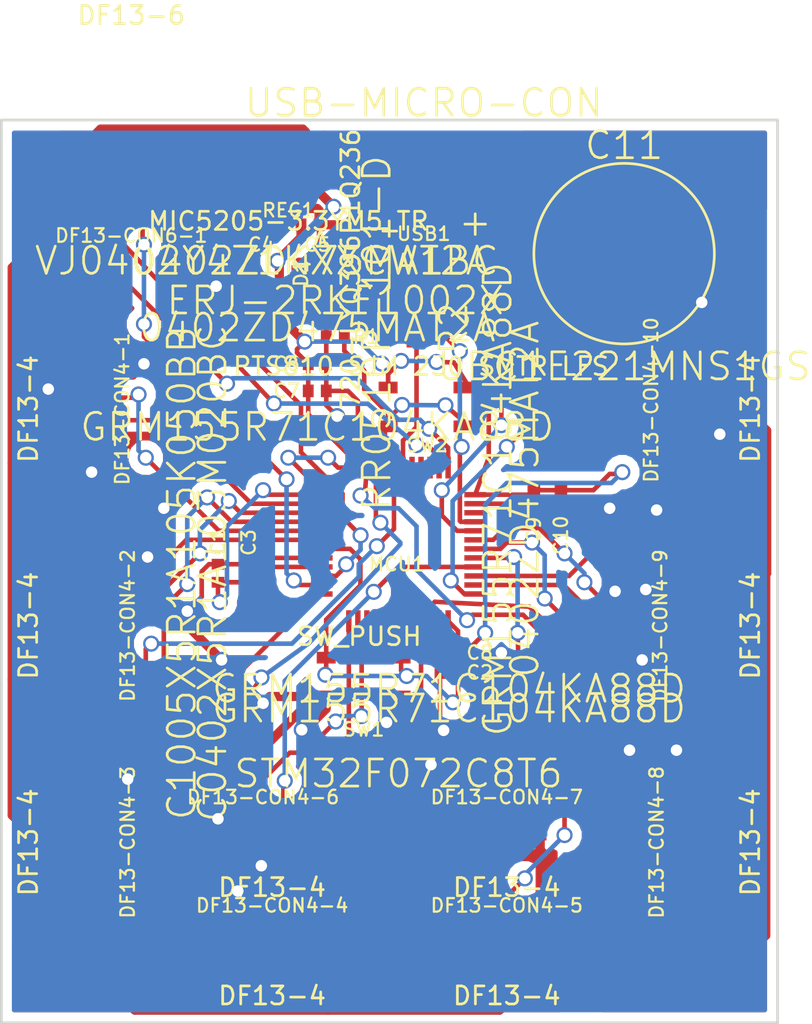
<source format=kicad_pcb>
(kicad_pcb (version 3) (host pcbnew "(25-Oct-2014 BZR 4029)-stable")

  (general
    (links 95)
    (no_connects 0)
    (area 104.525 73.525 151.341666 130.075001)
    (thickness 1.6)
    (drawings 5)
    (tracks 618)
    (zones 0)
    (modules 30)
    (nets 35)
  )

  (page A3)
  (layers
    (15 F.Cu signal)
    (0 B.Cu signal)
    (16 B.Adhes user)
    (17 F.Adhes user)
    (18 B.Paste user)
    (19 F.Paste user)
    (20 B.SilkS user)
    (21 F.SilkS user)
    (22 B.Mask user)
    (23 F.Mask user)
    (24 Dwgs.User user)
    (25 Cmts.User user)
    (26 Eco1.User user)
    (27 Eco2.User user)
    (28 Edge.Cuts user)
  )

  (setup
    (last_trace_width 0.254)
    (trace_clearance 0.1)
    (zone_clearance 0.508)
    (zone_45_only no)
    (trace_min 0.254)
    (segment_width 0.2)
    (edge_width 0.15)
    (via_size 0.889)
    (via_drill 0.635)
    (via_min_size 0.889)
    (via_min_drill 0.508)
    (uvia_size 0.508)
    (uvia_drill 0.127)
    (uvias_allowed no)
    (uvia_min_size 0.508)
    (uvia_min_drill 0.127)
    (pcb_text_width 0.3)
    (pcb_text_size 1.5 1.5)
    (mod_edge_width 0.15)
    (mod_text_size 1.5 1.5)
    (mod_text_width 0.15)
    (pad_size 2.6 2.2)
    (pad_drill 0)
    (pad_to_mask_clearance 0)
    (aux_axis_origin 0 0)
    (visible_elements FFFF7FBF)
    (pcbplotparams
      (layerselection 284983297)
      (usegerberextensions true)
      (excludeedgelayer true)
      (linewidth 0.100000)
      (plotframeref false)
      (viasonmask false)
      (mode 1)
      (useauxorigin false)
      (hpglpennumber 1)
      (hpglpenspeed 20)
      (hpglpendiameter 15)
      (hpglpenoverlay 2)
      (psnegative false)
      (psa4output false)
      (plotreference true)
      (plotvalue false)
      (plotothertext true)
      (plotinvisibletext false)
      (padsonsilk false)
      (subtractmaskfromsilk false)
      (outputformat 1)
      (mirror false)
      (drillshape 0)
      (scaleselection 1)
      (outputdirectory droneBumperVersion1-2Gerbers/))
  )

  (net 0 "")
  (net 1 +3.3V)
  (net 2 +5V)
  (net 3 GND)
  (net 4 N-000001)
  (net 5 N-0000010)
  (net 6 N-0000011)
  (net 7 N-0000012)
  (net 8 N-0000013)
  (net 9 N-0000014)
  (net 10 N-0000015)
  (net 11 N-0000016)
  (net 12 N-0000017)
  (net 13 N-0000018)
  (net 14 N-0000019)
  (net 15 N-000002)
  (net 16 N-0000020)
  (net 17 N-0000022)
  (net 18 N-0000023)
  (net 19 N-0000025)
  (net 20 N-0000027)
  (net 21 N-0000028)
  (net 22 N-000003)
  (net 23 N-0000038)
  (net 24 N-0000039)
  (net 25 N-000004)
  (net 26 N-0000040)
  (net 27 N-0000041)
  (net 28 N-0000043)
  (net 29 N-0000044)
  (net 30 N-000005)
  (net 31 N-000006)
  (net 32 N-000007)
  (net 33 N-000008)
  (net 34 N-000009)

  (net_class Default "This is the default net class."
    (clearance 0.1)
    (trace_width 0.254)
    (via_dia 0.889)
    (via_drill 0.635)
    (uvia_dia 0.508)
    (uvia_drill 0.127)
    (add_net "")
    (add_net N-000001)
    (add_net N-0000010)
    (add_net N-0000011)
    (add_net N-0000012)
    (add_net N-0000013)
    (add_net N-0000014)
    (add_net N-0000015)
    (add_net N-0000016)
    (add_net N-0000017)
    (add_net N-0000019)
    (add_net N-000002)
    (add_net N-0000020)
    (add_net N-0000022)
    (add_net N-0000023)
    (add_net N-0000025)
    (add_net N-0000027)
    (add_net N-0000028)
    (add_net N-000003)
    (add_net N-0000038)
    (add_net N-0000039)
    (add_net N-000004)
    (add_net N-0000040)
    (add_net N-0000041)
    (add_net N-0000043)
    (add_net N-0000044)
    (add_net N-000005)
    (add_net N-000006)
    (add_net N-000007)
    (add_net N-000008)
    (add_net N-000009)
  )

  (net_class thicker ""
    (clearance 0.1)
    (trace_width 0.508)
    (via_dia 0.889)
    (via_drill 0.635)
    (uvia_dia 0.508)
    (uvia_drill 0.127)
    (add_net +3.3V)
    (add_net +5V)
    (add_net GND)
    (add_net N-0000018)
  )

  (module "DF13C-4P-1.25V(20)" (layer F.Cu) (tedit 55CE2D1B) (tstamp 55AAA42A)
    (at 120 125)
    (path /55A81AB4)
    (fp_text reference DF13-CON4-4 (at 0 -1.5) (layer F.SilkS)
      (effects (font (size 0.75 0.75) (thickness 0.125)))
    )
    (fp_text value DF13-4 (at 0 3.5) (layer F.SilkS)
      (effects (font (size 1 1) (thickness 0.15)))
    )
    (pad 3 smd rect (at -0.625 0) (size 0.7 1.8)
      (layers F.Cu F.Paste F.Mask)
      (net 13 N-0000018)
    )
    (pad 4 smd rect (at -1.875 0) (size 0.7 1.8)
      (layers F.Cu F.Paste F.Mask)
      (net 3 GND)
    )
    (pad 2 smd rect (at 0.625 0) (size 0.7 1.8)
      (layers F.Cu F.Paste F.Mask)
      (net 6 N-0000011)
    )
    (pad 1 smd rect (at 1.85 0) (size 0.7 1.8)
      (layers F.Cu F.Paste F.Mask)
      (net 2 +5V)
    )
    (pad 5 smd rect (at 4.125 2.7) (size 1.6 2.2)
      (layers F.Cu F.Paste F.Mask)
    )
    (pad 6 smd rect (at -4.125 2.7) (size 1.6 2.2)
      (layers F.Cu F.Paste F.Mask)
    )
  )

  (module STM32F072C8T6 (layer F.Cu) (tedit 55CE2D70) (tstamp 55AAAA3E)
    (at 127 103.5)
    (path /55A819C8)
    (solder_mask_margin 0.001)
    (clearance 0.001)
    (fp_text reference MCU1 (at -0.1 1.1) (layer F.SilkS)
      (effects (font (size 0.75 0.75) (thickness 0.125)))
    )
    (fp_text value STM32F072C8T6 (at 0 12.7) (layer F.SilkS)
      (effects (font (size 1.5 1.5) (thickness 0.15)))
    )
    (pad 1 smd rect (at -4.25 -2.75) (size 1.2 0.3)
      (layers F.Cu F.Paste F.Mask)
      (net 1 +3.3V)
    )
    (pad 2 smd rect (at -4.25 -2.25) (size 1.2 0.3)
      (layers F.Cu F.Paste F.Mask)
      (net 8 N-0000013)
    )
    (pad 3 smd rect (at -4.25 -1.75) (size 1.2 0.3)
      (layers F.Cu F.Paste F.Mask)
      (net 7 N-0000012)
    )
    (pad 4 smd rect (at -4.25 -1.25) (size 1.2 0.3)
      (layers F.Cu F.Paste F.Mask)
      (net 32 N-000007)
    )
    (pad 5 smd rect (at -4.25 -0.75) (size 1.2 0.3)
      (layers F.Cu F.Paste F.Mask)
      (net 10 N-0000015)
    )
    (pad 6 smd rect (at -4.25 -0.25) (size 1.2 0.3)
      (layers F.Cu F.Paste F.Mask)
      (net 9 N-0000014)
    )
    (pad 7 smd rect (at -4.25 0.25) (size 1.2 0.3)
      (layers F.Cu F.Paste F.Mask)
      (net 27 N-0000041)
    )
    (pad 8 smd rect (at -4.25 0.75) (size 1.2 0.3)
      (layers F.Cu F.Paste F.Mask)
      (net 3 GND)
    )
    (pad 9 smd rect (at -4.25 1.25) (size 1.2 0.3)
      (layers F.Cu F.Paste F.Mask)
      (net 1 +3.3V)
    )
    (pad 10 smd rect (at -4.25 1.75) (size 1.2 0.3)
      (layers F.Cu F.Paste F.Mask)
      (net 16 N-0000020)
    )
    (pad 11 smd rect (at -4.25 2.25) (size 1.2 0.3)
      (layers F.Cu F.Paste F.Mask)
      (net 11 N-0000016)
    )
    (pad 12 smd rect (at -4.25 2.75) (size 1.2 0.3)
      (layers F.Cu F.Paste F.Mask)
      (net 6 N-0000011)
    )
    (pad 25 smd rect (at 4.25 2.75) (size 1.2 0.3)
      (layers F.Cu F.Paste F.Mask)
      (net 21 N-0000028)
    )
    (pad 26 smd rect (at 4.25 2.25) (size 1.2 0.3)
      (layers F.Cu F.Paste F.Mask)
      (net 22 N-000003)
    )
    (pad 27 smd rect (at 4.25 1.75) (size 1.2 0.3)
      (layers F.Cu F.Paste F.Mask)
      (net 15 N-000002)
    )
    (pad 28 smd rect (at 4.25 1.25) (size 1.2 0.3)
      (layers F.Cu F.Paste F.Mask)
      (net 34 N-000009)
    )
    (pad 29 smd rect (at 4.25 0.75) (size 1.2 0.3)
      (layers F.Cu F.Paste F.Mask)
      (net 33 N-000008)
    )
    (pad 30 smd rect (at 4.25 0.25) (size 1.2 0.3)
      (layers F.Cu F.Paste F.Mask)
      (net 24 N-0000039)
    )
    (pad 31 smd rect (at 4.25 -0.25) (size 1.2 0.3)
      (layers F.Cu F.Paste F.Mask)
      (net 23 N-0000038)
    )
    (pad 32 smd rect (at 4.25 -0.75) (size 1.2 0.3)
      (layers F.Cu F.Paste F.Mask)
      (net 17 N-0000022)
    )
    (pad 33 smd rect (at 4.25 -1.25) (size 1.2 0.3)
      (layers F.Cu F.Paste F.Mask)
      (net 29 N-0000044)
    )
    (pad 34 smd rect (at 4.25 -1.75) (size 1.2 0.3)
      (layers F.Cu F.Paste F.Mask)
    )
    (pad 35 smd rect (at 4.25 -2.25) (size 1.2 0.3)
      (layers F.Cu F.Paste F.Mask)
      (net 3 GND)
    )
    (pad 36 smd rect (at 4.25 -2.75) (size 1.2 0.3)
      (layers F.Cu F.Paste F.Mask)
      (net 1 +3.3V)
    )
    (pad 13 smd rect (at -2.75 4.25) (size 0.3 1.2)
      (layers F.Cu F.Paste F.Mask)
      (net 5 N-0000010)
    )
    (pad 14 smd rect (at -2.25 4.25) (size 0.3 1.2)
      (layers F.Cu F.Paste F.Mask)
    )
    (pad 15 smd rect (at -1.75 4.25) (size 0.3 1.2)
      (layers F.Cu F.Paste F.Mask)
    )
    (pad 16 smd rect (at -1.25 4.25) (size 0.3 1.2)
      (layers F.Cu F.Paste F.Mask)
    )
    (pad 17 smd rect (at -0.75 4.25) (size 0.3 1.2)
      (layers F.Cu F.Paste F.Mask)
    )
    (pad 18 smd rect (at -0.25 4.25) (size 0.3 1.2)
      (layers F.Cu F.Paste F.Mask)
    )
    (pad 19 smd rect (at 0.25 4.25) (size 0.3 1.2)
      (layers F.Cu F.Paste F.Mask)
    )
    (pad 20 smd rect (at 0.75 4.25) (size 0.3 1.2)
      (layers F.Cu F.Paste F.Mask)
      (net 30 N-000005)
    )
    (pad 21 smd rect (at 1.25 4.25) (size 0.3 1.2)
      (layers F.Cu F.Paste F.Mask)
      (net 4 N-000001)
    )
    (pad 22 smd rect (at 1.75 4.25) (size 0.3 1.2)
      (layers F.Cu F.Paste F.Mask)
      (net 25 N-000004)
    )
    (pad 23 smd rect (at 2.25 4.25) (size 0.3 1.2)
      (layers F.Cu F.Paste F.Mask)
      (net 3 GND)
    )
    (pad 24 smd rect (at 2.75 4.25) (size 0.3 1.2)
      (layers F.Cu F.Paste F.Mask)
      (net 1 +3.3V)
    )
    (pad 37 smd rect (at 2.75 -4.25) (size 0.3 1.2)
      (layers F.Cu F.Paste F.Mask)
      (net 12 N-0000017)
    )
    (pad 38 smd rect (at 2.25 -4.25) (size 0.3 1.2)
      (layers F.Cu F.Paste F.Mask)
      (net 18 N-0000023)
    )
    (pad 39 smd rect (at 1.75 -4.25) (size 0.3 1.2)
      (layers F.Cu F.Paste F.Mask)
    )
    (pad 40 smd rect (at 1.25 -4.25) (size 0.3 1.2)
      (layers F.Cu F.Paste F.Mask)
    )
    (pad 41 smd rect (at 0.75 -4.25) (size 0.3 1.2)
      (layers F.Cu F.Paste F.Mask)
    )
    (pad 42 smd rect (at 0.25 -4.25) (size 0.3 1.2)
      (layers F.Cu F.Paste F.Mask)
      (net 20 N-0000027)
    )
    (pad 43 smd rect (at -0.25 -4.25) (size 0.3 1.2)
      (layers F.Cu F.Paste F.Mask)
      (net 14 N-0000019)
    )
    (pad 44 smd rect (at -0.75 -4.25) (size 0.3 1.2)
      (layers F.Cu F.Paste F.Mask)
      (net 28 N-0000043)
    )
    (pad 45 smd rect (at -1.25 -4.25) (size 0.3 1.2)
      (layers F.Cu F.Paste F.Mask)
      (net 13 N-0000018)
    )
    (pad 46 smd rect (at -1.75 -4.25) (size 0.3 1.2)
      (layers F.Cu F.Paste F.Mask)
      (net 31 N-000006)
    )
    (pad 47 smd rect (at -2.25 -4.25) (size 0.3 1.2)
      (layers F.Cu F.Paste F.Mask)
      (net 3 GND)
    )
    (pad 48 smd rect (at -2.75 -4.25) (size 0.3 1.2)
      (layers F.Cu F.Paste F.Mask)
      (net 1 +3.3V)
    )
  )

  (module micro-USBCon (layer F.Cu) (tedit 55CE2DC7) (tstamp 55AAA3CB)
    (at 128.4 81.8 180)
    (path /55A819DC)
    (fp_text reference USB1 (at 0 -4.5 180) (layer F.SilkS)
      (effects (font (size 0.75 0.75) (thickness 0.125)))
    )
    (fp_text value USB-MICRO-CON (at 0 2.75 180) (layer F.SilkS)
      (effects (font (size 1.5 1.5) (thickness 0.15)))
    )
    (pad 11 smd rect (at -1.1 0 180) (size 1.9 1.9)
      (layers F.Cu F.Paste F.Mask)
    )
    (pad 12 smd rect (at 1.1 0 180) (size 1.9 1.9)
      (layers F.Cu F.Paste F.Mask)
    )
    (pad 10 smd rect (at -3.75 0 180) (size 2.3 1.9)
      (layers F.Cu F.Paste F.Mask)
    )
    (pad 13 smd rect (at 3.75 0 180) (size 2.3 1.9)
      (layers F.Cu F.Paste F.Mask)
    )
    (pad 3 smd rect (at 0 -2.85 180) (size 0.4 1.4)
      (layers F.Cu F.Paste F.Mask)
      (net 29 N-0000044)
    )
    (pad 2 smd rect (at -0.65 -2.85 180) (size 0.4 1.4)
      (layers F.Cu F.Paste F.Mask)
      (net 17 N-0000022)
    )
    (pad 1 smd rect (at -1.3 -2.85 180) (size 0.4 1.4)
      (layers F.Cu F.Paste F.Mask)
      (net 2 +5V)
    )
    (pad 4 smd rect (at 0.65 -2.85 180) (size 0.4 1.4)
      (layers F.Cu F.Paste F.Mask)
    )
    (pad 5 smd rect (at 1.3 -2.85 180) (size 0.4 1.4)
      (layers F.Cu F.Paste F.Mask)
      (net 3 GND)
    )
  )

  (module MIC5205-3.3YM5TR (layer F.Cu) (tedit 55CE2DC2) (tstamp 55AAA3D4)
    (at 120.9 82.6)
    (path /55A819FF)
    (fp_text reference REG1 (at 0 2.4) (layer F.SilkS)
      (effects (font (size 0.75 0.75) (thickness 0.125)))
    )
    (fp_text value MIC5205-3.3YM5_TR (at 0 3) (layer F.SilkS)
      (effects (font (size 1 1) (thickness 0.15)))
    )
    (pad 2 smd rect (at 0 -1.2) (size 0.7 1)
      (layers F.Cu F.Paste F.Mask)
      (net 3 GND)
    )
    (pad 1 smd rect (at 0.95 -1.2) (size 0.7 1)
      (layers F.Cu F.Paste F.Mask)
      (net 2 +5V)
    )
    (pad 3 smd rect (at -0.95 -1.2) (size 0.7 1)
      (layers F.Cu F.Paste F.Mask)
      (net 2 +5V)
    )
    (pad 5 smd rect (at 0.95 1.2) (size 0.7 1)
      (layers F.Cu F.Paste F.Mask)
      (net 1 +3.3V)
    )
    (pad 4 smd rect (at -0.95 1.2) (size 0.7 1)
      (layers F.Cu F.Paste F.Mask)
      (net 26 N-0000040)
    )
  )

  (module "DF13C-6P-1.25V(20)" (layer F.Cu) (tedit 55CE2DB3) (tstamp 55AAA3F8)
    (at 112.2 84.7 180)
    (path /55A81A11)
    (fp_text reference DF13-CON6-1 (at 0 -1.7 180) (layer F.SilkS)
      (effects (font (size 0.75 0.75) (thickness 0.125)))
    )
    (fp_text value DF13-6 (at 0 10.5 180) (layer F.SilkS)
      (effects (font (size 1 1) (thickness 0.15)))
    )
    (pad 4 smd rect (at -0.625 0 180) (size 0.7 1.8)
      (layers F.Cu F.Paste F.Mask)
      (net 11 N-0000016)
    )
    (pad 5 smd rect (at -1.875 0 180) (size 0.7 1.8)
      (layers F.Cu F.Paste F.Mask)
      (net 16 N-0000020)
    )
    (pad 6 smd rect (at -3.125 0 180) (size 0.7 1.8)
      (layers F.Cu F.Paste F.Mask)
      (net 3 GND)
    )
    (pad 3 smd rect (at 0.625 0 180) (size 0.7 1.8)
      (layers F.Cu F.Paste F.Mask)
      (net 18 N-0000023)
    )
    (pad 2 smd rect (at 1.875 0 180) (size 0.7 1.8)
      (layers F.Cu F.Paste F.Mask)
      (net 12 N-0000017)
    )
    (pad 1 smd rect (at 3.125 0 180) (size 0.7 1.8)
      (layers F.Cu F.Paste F.Mask)
      (net 2 +5V)
    )
    (pad 14 smd rect (at 5.375 2.7 180) (size 1.6 2.2)
      (layers F.Cu F.Paste F.Mask)
    )
    (pad 15 smd rect (at -5.375 2.7 180) (size 1.6 2.2)
      (layers F.Cu F.Paste F.Mask)
    )
  )

  (module "DF13C-4P-1.25V(20)" (layer F.Cu) (tedit 55CE2D16) (tstamp 55AAA402)
    (at 120 119)
    (path /55A81A78)
    (fp_text reference DF13-CON4-6 (at -0.5 -1.5) (layer F.SilkS)
      (effects (font (size 0.75 0.75) (thickness 0.125)))
    )
    (fp_text value DF13-4 (at 0 3.5) (layer F.SilkS)
      (effects (font (size 1 1) (thickness 0.15)))
    )
    (pad 3 smd rect (at -0.625 0) (size 0.7 1.8)
      (layers F.Cu F.Paste F.Mask)
      (net 30 N-000005)
    )
    (pad 4 smd rect (at -1.875 0) (size 0.7 1.8)
      (layers F.Cu F.Paste F.Mask)
      (net 3 GND)
    )
    (pad 2 smd rect (at 0.625 0) (size 0.7 1.8)
      (layers F.Cu F.Paste F.Mask)
      (net 34 N-000009)
    )
    (pad 1 smd rect (at 1.85 0) (size 0.7 1.8)
      (layers F.Cu F.Paste F.Mask)
      (net 2 +5V)
    )
    (pad 5 smd rect (at 4.125 2.7) (size 1.6 2.2)
      (layers F.Cu F.Paste F.Mask)
    )
    (pad 6 smd rect (at -4.125 2.7) (size 1.6 2.2)
      (layers F.Cu F.Paste F.Mask)
    )
  )

  (module "DF13C-4P-1.25V(20)" (layer F.Cu) (tedit 55CE2D32) (tstamp 55AAA40C)
    (at 110 96 270)
    (path /55A81A87)
    (fp_text reference DF13-CON4-1 (at 0 -1.7 270) (layer F.SilkS)
      (effects (font (size 0.75 0.75) (thickness 0.125)))
    )
    (fp_text value DF13-4 (at 0 3.5 270) (layer F.SilkS)
      (effects (font (size 1 1) (thickness 0.15)))
    )
    (pad 3 smd rect (at -0.625 0 270) (size 0.7 1.8)
      (layers F.Cu F.Paste F.Mask)
      (net 10 N-0000015)
    )
    (pad 4 smd rect (at -1.875 0 270) (size 0.7 1.8)
      (layers F.Cu F.Paste F.Mask)
      (net 3 GND)
    )
    (pad 2 smd rect (at 0.625 0 270) (size 0.7 1.8)
      (layers F.Cu F.Paste F.Mask)
      (net 8 N-0000013)
    )
    (pad 1 smd rect (at 1.85 0 270) (size 0.7 1.8)
      (layers F.Cu F.Paste F.Mask)
      (net 2 +5V)
    )
    (pad 5 smd rect (at 4.125 2.7 270) (size 1.6 2.2)
      (layers F.Cu F.Paste F.Mask)
    )
    (pad 6 smd rect (at -4.125 2.7 270) (size 1.6 2.2)
      (layers F.Cu F.Paste F.Mask)
    )
  )

  (module "DF13C-4P-1.25V(20)" (layer F.Cu) (tedit 55CE2D27) (tstamp 55AAA416)
    (at 110 108 270)
    (path /55A81A96)
    (fp_text reference DF13-CON4-2 (at 0 -2 270) (layer F.SilkS)
      (effects (font (size 0.75 0.75) (thickness 0.125)))
    )
    (fp_text value DF13-4 (at 0 3.5 270) (layer F.SilkS)
      (effects (font (size 1 1) (thickness 0.15)))
    )
    (pad 3 smd rect (at -0.625 0 270) (size 0.7 1.8)
      (layers F.Cu F.Paste F.Mask)
      (net 9 N-0000014)
    )
    (pad 4 smd rect (at -1.875 0 270) (size 0.7 1.8)
      (layers F.Cu F.Paste F.Mask)
      (net 3 GND)
    )
    (pad 2 smd rect (at 0.625 0 270) (size 0.7 1.8)
      (layers F.Cu F.Paste F.Mask)
      (net 7 N-0000012)
    )
    (pad 1 smd rect (at 1.85 0 270) (size 0.7 1.8)
      (layers F.Cu F.Paste F.Mask)
      (net 2 +5V)
    )
    (pad 5 smd rect (at 4.125 2.7 270) (size 1.6 2.2)
      (layers F.Cu F.Paste F.Mask)
    )
    (pad 6 smd rect (at -4.125 2.7 270) (size 1.6 2.2)
      (layers F.Cu F.Paste F.Mask)
    )
  )

  (module "DF13C-4P-1.25V(20)" (layer F.Cu) (tedit 55CE2D21) (tstamp 55AAA420)
    (at 110 120 270)
    (path /55A81AA5)
    (fp_text reference DF13-CON4-3 (at 0 -2 270) (layer F.SilkS)
      (effects (font (size 0.75 0.75) (thickness 0.125)))
    )
    (fp_text value DF13-4 (at 0 3.5 270) (layer F.SilkS)
      (effects (font (size 1 1) (thickness 0.15)))
    )
    (pad 3 smd rect (at -0.625 0 270) (size 0.7 1.8)
      (layers F.Cu F.Paste F.Mask)
      (net 14 N-0000019)
    )
    (pad 4 smd rect (at -1.875 0 270) (size 0.7 1.8)
      (layers F.Cu F.Paste F.Mask)
      (net 3 GND)
    )
    (pad 2 smd rect (at 0.625 0 270) (size 0.7 1.8)
      (layers F.Cu F.Paste F.Mask)
      (net 32 N-000007)
    )
    (pad 1 smd rect (at 1.85 0 270) (size 0.7 1.8)
      (layers F.Cu F.Paste F.Mask)
      (net 2 +5V)
    )
    (pad 5 smd rect (at 4.125 2.7 270) (size 1.6 2.2)
      (layers F.Cu F.Paste F.Mask)
    )
    (pad 6 smd rect (at -4.125 2.7 270) (size 1.6 2.2)
      (layers F.Cu F.Paste F.Mask)
    )
  )

  (module "DF13C-4P-1.25V(20)" (layer F.Cu) (tedit 55CE2C5E) (tstamp 55AAA434)
    (at 133 125)
    (path /55A81AC3)
    (fp_text reference DF13-CON4-5 (at 0 -1.5) (layer F.SilkS)
      (effects (font (size 0.75 0.75) (thickness 0.125)))
    )
    (fp_text value DF13-4 (at 0 3.5) (layer F.SilkS)
      (effects (font (size 1 1) (thickness 0.15)))
    )
    (pad 3 smd rect (at -0.625 0) (size 0.7 1.8)
      (layers F.Cu F.Paste F.Mask)
      (net 31 N-000006)
    )
    (pad 4 smd rect (at -1.875 0) (size 0.7 1.8)
      (layers F.Cu F.Paste F.Mask)
      (net 3 GND)
    )
    (pad 2 smd rect (at 0.625 0) (size 0.7 1.8)
      (layers F.Cu F.Paste F.Mask)
      (net 5 N-0000010)
    )
    (pad 1 smd rect (at 1.85 0) (size 0.7 1.8)
      (layers F.Cu F.Paste F.Mask)
      (net 2 +5V)
    )
    (pad 5 smd rect (at 4.125 2.7) (size 1.6 2.2)
      (layers F.Cu F.Paste F.Mask)
    )
    (pad 6 smd rect (at -4.125 2.7) (size 1.6 2.2)
      (layers F.Cu F.Paste F.Mask)
    )
  )

  (module "DF13C-4P-1.25V(20)" (layer F.Cu) (tedit 55CE2D12) (tstamp 55AC6C35)
    (at 133 119)
    (path /55A81A69)
    (fp_text reference DF13-CON4-7 (at 0 -1.5) (layer F.SilkS)
      (effects (font (size 0.75 0.75) (thickness 0.125)))
    )
    (fp_text value DF13-4 (at 0 3.5) (layer F.SilkS)
      (effects (font (size 1 1) (thickness 0.15)))
    )
    (pad 3 smd rect (at -0.625 0) (size 0.7 1.8)
      (layers F.Cu F.Paste F.Mask)
      (net 4 N-000001)
    )
    (pad 4 smd rect (at -1.875 0) (size 0.7 1.8)
      (layers F.Cu F.Paste F.Mask)
      (net 3 GND)
    )
    (pad 2 smd rect (at 0.625 0) (size 0.7 1.8)
      (layers F.Cu F.Paste F.Mask)
      (net 33 N-000008)
    )
    (pad 1 smd rect (at 1.85 0) (size 0.7 1.8)
      (layers F.Cu F.Paste F.Mask)
      (net 2 +5V)
    )
    (pad 5 smd rect (at 4.125 2.7) (size 1.6 2.2)
      (layers F.Cu F.Paste F.Mask)
    )
    (pad 6 smd rect (at -4.125 2.7) (size 1.6 2.2)
      (layers F.Cu F.Paste F.Mask)
    )
  )

  (module "DF13C-4P-1.25V(20)" (layer F.Cu) (tedit 55CE2CA2) (tstamp 55AAA448)
    (at 143 120 90)
    (path /55A81A5A)
    (fp_text reference DF13-CON4-8 (at 0 -1.7 90) (layer F.SilkS)
      (effects (font (size 0.75 0.75) (thickness 0.125)))
    )
    (fp_text value DF13-4 (at 0 3.5 90) (layer F.SilkS)
      (effects (font (size 1 1) (thickness 0.15)))
    )
    (pad 3 smd rect (at -0.625 0 90) (size 0.7 1.8)
      (layers F.Cu F.Paste F.Mask)
      (net 25 N-000004)
    )
    (pad 4 smd rect (at -1.875 0 90) (size 0.7 1.8)
      (layers F.Cu F.Paste F.Mask)
      (net 3 GND)
    )
    (pad 2 smd rect (at 0.625 0 90) (size 0.7 1.8)
      (layers F.Cu F.Paste F.Mask)
      (net 24 N-0000039)
    )
    (pad 1 smd rect (at 1.85 0 90) (size 0.7 1.8)
      (layers F.Cu F.Paste F.Mask)
      (net 2 +5V)
    )
    (pad 5 smd rect (at 4.125 2.7 90) (size 1.6 2.2)
      (layers F.Cu F.Paste F.Mask)
    )
    (pad 6 smd rect (at -4.125 2.7 90) (size 1.6 2.2)
      (layers F.Cu F.Paste F.Mask)
    )
  )

  (module "DF13C-4P-1.25V(20)" (layer F.Cu) (tedit 55CE2CAF) (tstamp 55AAA452)
    (at 143 108 90)
    (path /55A81A4B)
    (fp_text reference DF13-CON4-9 (at 0 -1.5 90) (layer F.SilkS)
      (effects (font (size 0.75 0.75) (thickness 0.125)))
    )
    (fp_text value DF13-4 (at 0 3.5 90) (layer F.SilkS)
      (effects (font (size 1 1) (thickness 0.15)))
    )
    (pad 3 smd rect (at -0.625 0 90) (size 0.7 1.8)
      (layers F.Cu F.Paste F.Mask)
      (net 22 N-000003)
    )
    (pad 4 smd rect (at -1.875 0 90) (size 0.7 1.8)
      (layers F.Cu F.Paste F.Mask)
      (net 3 GND)
    )
    (pad 2 smd rect (at 0.625 0 90) (size 0.7 1.8)
      (layers F.Cu F.Paste F.Mask)
      (net 23 N-0000038)
    )
    (pad 1 smd rect (at 1.85 0 90) (size 0.7 1.8)
      (layers F.Cu F.Paste F.Mask)
      (net 2 +5V)
    )
    (pad 5 smd rect (at 4.125 2.7 90) (size 1.6 2.2)
      (layers F.Cu F.Paste F.Mask)
    )
    (pad 6 smd rect (at -4.125 2.7 90) (size 1.6 2.2)
      (layers F.Cu F.Paste F.Mask)
    )
  )

  (module "DF13C-4P-1.25V(20)" (layer F.Cu) (tedit 55CE2CB8) (tstamp 55AAA45C)
    (at 143 96 90)
    (path /55A81A3C)
    (fp_text reference DF13-CON4-10 (at 0.5 -2 90) (layer F.SilkS)
      (effects (font (size 0.75 0.75) (thickness 0.125)))
    )
    (fp_text value DF13-4 (at 0 3.5 90) (layer F.SilkS)
      (effects (font (size 1 1) (thickness 0.15)))
    )
    (pad 3 smd rect (at -0.625 0 90) (size 0.7 1.8)
      (layers F.Cu F.Paste F.Mask)
      (net 15 N-000002)
    )
    (pad 4 smd rect (at -1.875 0 90) (size 0.7 1.8)
      (layers F.Cu F.Paste F.Mask)
      (net 3 GND)
    )
    (pad 2 smd rect (at 0.625 0 90) (size 0.7 1.8)
      (layers F.Cu F.Paste F.Mask)
      (net 21 N-0000028)
    )
    (pad 1 smd rect (at 1.85 0 90) (size 0.7 1.8)
      (layers F.Cu F.Paste F.Mask)
      (net 2 +5V)
    )
    (pad 5 smd rect (at 4.125 2.7 90) (size 1.6 2.2)
      (layers F.Cu F.Paste F.Mask)
    )
    (pad 6 smd rect (at -4.125 2.7 90) (size 1.6 2.2)
      (layers F.Cu F.Paste F.Mask)
    )
  )

  (module 720-LYQ396P1Q236 (layer F.Cu) (tedit 55CE2D98) (tstamp 55AAA463)
    (at 122.6 88.5 90)
    (path /55A94477)
    (fp_text reference D1 (at 0 -1 90) (layer F.SilkS)
      (effects (font (size 0.75 0.75) (thickness 0.125)))
    )
    (fp_text value 720-LYQ396P1Q236 (at 0.25 1.75 90) (layer F.SilkS)
      (effects (font (size 1 1) (thickness 0.15)))
    )
    (fp_text user > (at 2 0 90) (layer F.SilkS)
      (effects (font (size 1 1) (thickness 0.15)))
    )
    (pad 1 smd rect (at -0.75 0 90) (size 0.8 0.8)
      (layers F.Cu F.Paste F.Mask)
      (net 19 N-0000025)
    )
    (pad 2 smd rect (at 0.75 0 90) (size 0.8 0.8)
      (layers F.Cu F.Paste F.Mask)
      (net 3 GND)
    )
  )

  (module 0402Cap (layer F.Cu) (tedit 55CE2D78) (tstamp 55AAA469)
    (at 122.5 95)
    (path /55A90D5A)
    (fp_text reference C7 (at -1.7 0) (layer F.SilkS)
      (effects (font (size 0.75 0.75) (thickness 0.125)))
    )
    (fp_text value GRM155R71C104KA88D (at 0 2) (layer F.SilkS)
      (effects (font (size 1.5 1.5) (thickness 0.15)))
    )
    (pad 1 smd rect (at -0.5 0) (size 0.6 0.7)
      (layers F.Cu F.Paste F.Mask)
      (net 1 +3.3V)
    )
    (pad 2 smd rect (at 0.5 0) (size 0.6 0.7)
      (layers F.Cu F.Paste F.Mask)
      (net 3 GND)
    )
  )

  (module 0402Cap (layer F.Cu) (tedit 55CE2D40) (tstamp 55AAA46F)
    (at 118.7 105.1 270)
    (path /55A90E33)
    (fp_text reference C3 (at -1.7 0 270) (layer F.SilkS)
      (effects (font (size 0.75 0.75) (thickness 0.125)))
    )
    (fp_text value C0402X5R1A103M020BC (at 0 2 270) (layer F.SilkS)
      (effects (font (size 1.5 1.5) (thickness 0.15)))
    )
    (pad 1 smd rect (at -0.5 0 270) (size 0.6 0.7)
      (layers F.Cu F.Paste F.Mask)
      (net 3 GND)
    )
    (pad 2 smd rect (at 0.5 0 270) (size 0.6 0.7)
      (layers F.Cu F.Paste F.Mask)
      (net 1 +3.3V)
    )
  )

  (module 0402Cap (layer F.Cu) (tedit 55CE2CC8) (tstamp 55AAA475)
    (at 134.5 101 270)
    (path /55A90F20)
    (fp_text reference C9 (at 1.7 0 270) (layer F.SilkS)
      (effects (font (size 0.75 0.75) (thickness 0.125)))
    )
    (fp_text value GRM155R71C104KA88D (at 0 2 270) (layer F.SilkS)
      (effects (font (size 1.5 1.5) (thickness 0.15)))
    )
    (pad 1 smd rect (at -0.5 0 270) (size 0.6 0.7)
      (layers F.Cu F.Paste F.Mask)
      (net 1 +3.3V)
    )
    (pad 2 smd rect (at 0.5 0 270) (size 0.6 0.7)
      (layers F.Cu F.Paste F.Mask)
      (net 3 GND)
    )
  )

  (module 0402Cap (layer F.Cu) (tedit 55CE2CDA) (tstamp 55AAA47B)
    (at 129.8 109.5)
    (path /55A9105A)
    (fp_text reference C8 (at 1.7 0) (layer F.SilkS)
      (effects (font (size 0.75 0.75) (thickness 0.125)))
    )
    (fp_text value GRM155R71C104KA88D (at 0 2) (layer F.SilkS)
      (effects (font (size 1.5 1.5) (thickness 0.15)))
    )
    (pad 1 smd rect (at -0.5 0) (size 0.6 0.7)
      (layers F.Cu F.Paste F.Mask)
      (net 3 GND)
    )
    (pad 2 smd rect (at 0.5 0) (size 0.6 0.7)
      (layers F.Cu F.Paste F.Mask)
      (net 1 +3.3V)
    )
  )

  (module 0402Cap (layer F.Cu) (tedit 55CE2D7D) (tstamp 55AAA481)
    (at 122.5 93.5 180)
    (path /55A911A1)
    (fp_text reference C6 (at 1.7 0 180) (layer F.SilkS)
      (effects (font (size 0.75 0.75) (thickness 0.125)))
    )
    (fp_text value 0402ZD475MAT2A (at 0 2 180) (layer F.SilkS)
      (effects (font (size 1.5 1.5) (thickness 0.15)))
    )
    (pad 1 smd rect (at -0.5 0 180) (size 0.6 0.7)
      (layers F.Cu F.Paste F.Mask)
      (net 3 GND)
    )
    (pad 2 smd rect (at 0.5 0 180) (size 0.6 0.7)
      (layers F.Cu F.Paste F.Mask)
      (net 1 +3.3V)
    )
  )

  (module 0402Cap (layer F.Cu) (tedit 55CE2CCA) (tstamp 55AAA487)
    (at 136 101 270)
    (path /55A912E9)
    (fp_text reference C10 (at 2 0 270) (layer F.SilkS)
      (effects (font (size 0.75 0.75) (thickness 0.125)))
    )
    (fp_text value 0402ZD475MAT2A (at 0 2 270) (layer F.SilkS)
      (effects (font (size 1.5 1.5) (thickness 0.15)))
    )
    (pad 1 smd rect (at -0.5 0 270) (size 0.6 0.7)
      (layers F.Cu F.Paste F.Mask)
      (net 1 +3.3V)
    )
    (pad 2 smd rect (at 0.5 0 270) (size 0.6 0.7)
      (layers F.Cu F.Paste F.Mask)
      (net 3 GND)
    )
  )

  (module 0402Cap (layer F.Cu) (tedit 55CE2D4A) (tstamp 55AAA48D)
    (at 117 105.1 270)
    (path /55A9142C)
    (fp_text reference C1 (at -1.7 0 270) (layer F.SilkS)
      (effects (font (size 0.75 0.75) (thickness 0.125)))
    )
    (fp_text value C1005X5R1A105K050BB (at 0 2 270) (layer F.SilkS)
      (effects (font (size 1.5 1.5) (thickness 0.15)))
    )
    (pad 1 smd rect (at -0.5 0 270) (size 0.6 0.7)
      (layers F.Cu F.Paste F.Mask)
      (net 3 GND)
    )
    (pad 2 smd rect (at 0.5 0 270) (size 0.6 0.7)
      (layers F.Cu F.Paste F.Mask)
      (net 1 +3.3V)
    )
  )

  (module 0402Cap (layer F.Cu) (tedit 55CE2CE3) (tstamp 55AAA493)
    (at 129.8 110.6)
    (path /55A91789)
    (fp_text reference C2 (at 1.7 0) (layer F.SilkS)
      (effects (font (size 0.75 0.75) (thickness 0.125)))
    )
    (fp_text value GRM155R71C104KA88D (at 0 2) (layer F.SilkS)
      (effects (font (size 1.5 1.5) (thickness 0.15)))
    )
    (pad 1 smd rect (at -0.5 0) (size 0.6 0.7)
      (layers F.Cu F.Paste F.Mask)
      (net 3 GND)
    )
    (pad 2 smd rect (at 0.5 0) (size 0.6 0.7)
      (layers F.Cu F.Paste F.Mask)
      (net 27 N-0000041)
    )
  )

  (module 0402Cap (layer F.Cu) (tedit 55CE2D8B) (tstamp 55AAAAF5)
    (at 123.5 92 180)
    (path /55A90A86)
    (fp_text reference R1 (at -1.7 0 180) (layer F.SilkS)
      (effects (font (size 0.75 0.75) (thickness 0.125)))
    )
    (fp_text value ERJ-2RKF1002X (at 0 2 180) (layer F.SilkS)
      (effects (font (size 1.5 1.5) (thickness 0.15)))
    )
    (pad 1 smd rect (at -0.5 0 180) (size 0.6 0.7)
      (layers F.Cu F.Paste F.Mask)
      (net 28 N-0000043)
    )
    (pad 2 smd rect (at 0.5 0 180) (size 0.6 0.7)
      (layers F.Cu F.Paste F.Mask)
      (net 3 GND)
    )
  )

  (module 0402Cap (layer F.Cu) (tedit 55CE2DA0) (tstamp 55AAA49F)
    (at 119.7 85.8)
    (path /55A81F9B)
    (fp_text reference C4 (at -0.3 1.1) (layer F.SilkS)
      (effects (font (size 0.75 0.75) (thickness 0.125)))
    )
    (fp_text value VJ0402Y471KXXCW1BC (at 0 2) (layer F.SilkS)
      (effects (font (size 1.5 1.5) (thickness 0.15)))
    )
    (pad 1 smd rect (at -0.5 0) (size 0.6 0.7)
      (layers F.Cu F.Paste F.Mask)
      (net 26 N-0000040)
    )
    (pad 2 smd rect (at 0.5 0) (size 0.6 0.7)
      (layers F.Cu F.Paste F.Mask)
      (net 3 GND)
    )
  )

  (module 0402Cap (layer F.Cu) (tedit 55CE2DA9) (tstamp 55AAA4A5)
    (at 122.1 85.8)
    (path /55A81F28)
    (fp_text reference C5 (at 0.4 1.1) (layer F.SilkS)
      (effects (font (size 0.75 0.75) (thickness 0.125)))
    )
    (fp_text value 0402ZD475MAT2A (at 0 2) (layer F.SilkS)
      (effects (font (size 1.5 1.5) (thickness 0.15)))
    )
    (pad 1 smd rect (at -0.5 0) (size 0.6 0.7)
      (layers F.Cu F.Paste F.Mask)
      (net 1 +3.3V)
    )
    (pad 2 smd rect (at 0.5 0) (size 0.6 0.7)
      (layers F.Cu F.Paste F.Mask)
      (net 3 GND)
    )
  )

  (module PTS810-SJM-250-SMTR-LFS (layer F.Cu) (tedit 55CE2D5F) (tstamp 55AAAA47)
    (at 128.5 95.89 180)
    (path /55A81AD2)
    (fp_text reference SW2 (at -0.1 -2.11 180) (layer F.SilkS)
      (effects (font (size 0.75 0.75) (thickness 0.125)))
    )
    (fp_text value "PTS810 SJM 250 SMTR LFS" (at 0.25 2.25 180) (layer F.SilkS)
      (effects (font (size 1 1) (thickness 0.15)))
    )
    (pad 1 smd rect (at 2.075 -1.075 180) (size 1.05 0.65)
      (layers F.Cu F.Paste F.Mask)
      (net 28 N-0000043)
    )
    (pad 2 smd rect (at 2.075 1.075 180) (size 1.05 0.65)
      (layers F.Cu F.Paste F.Mask)
      (net 1 +3.3V)
    )
    (pad 1 smd rect (at -2.075 -1.075 180) (size 1.05 0.65)
      (layers F.Cu F.Paste F.Mask)
      (net 28 N-0000043)
    )
    (pad 2 smd rect (at -2.075 1.075 180) (size 1.05 0.65)
      (layers F.Cu F.Paste F.Mask)
      (net 1 +3.3V)
    )
  )

  (module PTS810-SJM-250-SMTR-LFS (layer F.Cu) (tedit 55CE2D03) (tstamp 55AAA3B6)
    (at 125.07 110.85 180)
    (path /55A81AE1)
    (fp_text reference SW1 (at 0 -2.9 180) (layer F.SilkS)
      (effects (font (size 0.75 0.75) (thickness 0.125)))
    )
    (fp_text value SW_PUSH (at 0.25 2.25 180) (layer F.SilkS)
      (effects (font (size 1 1) (thickness 0.15)))
    )
    (pad 1 smd rect (at 2.075 -1.075 180) (size 1.05 0.65)
      (layers F.Cu F.Paste F.Mask)
      (net 3 GND)
    )
    (pad 2 smd rect (at 2.075 1.075 180) (size 1.05 0.65)
      (layers F.Cu F.Paste F.Mask)
      (net 27 N-0000041)
    )
    (pad 1 smd rect (at -2.075 -1.075 180) (size 1.05 0.65)
      (layers F.Cu F.Paste F.Mask)
      (net 3 GND)
    )
    (pad 2 smd rect (at -2.075 1.075 180) (size 1.05 0.65)
      (layers F.Cu F.Paste F.Mask)
      (net 27 N-0000041)
    )
  )

  (module 0402Cap (layer F.Cu) (tedit 55AA9673) (tstamp 55ED9FF1)
    (at 127.8 91.8 270)
    (path /55ECA21E)
    (fp_text reference R2 (at -0.25 -2.25 270) (layer F.SilkS)
      (effects (font (size 1.5 1.5) (thickness 0.15)))
    )
    (fp_text value RR0510P-101-D (at 0 2 270) (layer F.SilkS)
      (effects (font (size 1.5 1.5) (thickness 0.15)))
    )
    (pad 1 smd rect (at -0.5 0 270) (size 0.6 0.7)
      (layers F.Cu F.Paste F.Mask)
      (net 19 N-0000025)
    )
    (pad 2 smd rect (at 0.5 0 270) (size 0.6 0.7)
      (layers F.Cu F.Paste F.Mask)
      (net 20 N-0000027)
    )
  )

  (module UBC1E221MNS1GS (layer F.Cu) (tedit 55EDA19B) (tstamp 55EDA235)
    (at 139.5 87.4)
    (path /55ECA440)
    (fp_text reference C11 (at 0 -6) (layer F.SilkS)
      (effects (font (size 1.5 1.5) (thickness 0.15)))
    )
    (fp_text value UBC1E221MNS1GS (at 0 6.25) (layer F.SilkS)
      (effects (font (size 1.5 1.5) (thickness 0.15)))
    )
    (fp_circle (center 0 0) (end 5 0) (layer F.SilkS) (width 0.15))
    (fp_text user + (at -8.25 -1.75) (layer F.SilkS)
      (effects (font (size 1.5 1.5) (thickness 0.15)))
    )
    (pad 1 smd rect (at -4.45 0) (size 5.6 4.3)
      (layers F.Cu F.Paste F.Mask)
      (net 2 +5V)
      (solder_mask_margin 0.001)
      (solder_paste_margin -0.001)
    )
    (pad 2 smd rect (at 4.45 0) (size 5.6 4.3)
      (layers F.Cu F.Paste F.Mask)
      (net 3 GND)
    )
  )

  (gr_text DroneBumper1-1 (at 135.2 89.8) (layer B.Mask)
    (effects (font (size 0.5 0.5) (thickness 0.125)) (justify mirror))
  )
  (gr_line (start 148 80) (end 148 130) (angle 90) (layer Edge.Cuts) (width 0.15))
  (gr_line (start 105 80) (end 148 80) (angle 90) (layer Edge.Cuts) (width 0.15))
  (gr_line (start 105 130) (end 105 80) (angle 90) (layer Edge.Cuts) (width 0.15))
  (gr_line (start 148 130) (end 105 130) (angle 90) (layer Edge.Cuts) (width 0.15))

  (segment (start 121.6 85.8) (end 121.6 86.5) (width 0.508) (layer F.Cu) (net 1))
  (segment (start 121.6 86.5) (end 120.3 87.8) (width 0.508) (layer F.Cu) (net 1) (tstamp 55EDAD1D))
  (segment (start 121.85 83.8) (end 122.4 83.8) (width 0.508) (layer F.Cu) (net 1))
  (segment (start 120.4 90.87) (end 121.8 92.27) (width 0.508) (layer F.Cu) (net 1) (tstamp 55EDAA5D))
  (segment (start 120.4 87.9) (end 120.4 90.87) (width 0.508) (layer F.Cu) (net 1) (tstamp 55EDAA5C))
  (segment (start 120.3 87.8) (end 120.4 87.9) (width 0.508) (layer F.Cu) (net 1) (tstamp 55EDAA5B))
  (via (at 120.3 87.8) (size 0.889) (layers F.Cu B.Cu) (net 1))
  (segment (start 120.4 87.8) (end 120.3 87.8) (width 0.508) (layer B.Cu) (net 1) (tstamp 55EDAA56))
  (segment (start 123.4 84.8) (end 120.4 87.8) (width 0.508) (layer B.Cu) (net 1) (tstamp 55EDAA55))
  (via (at 123.4 84.8) (size 0.889) (layers F.Cu B.Cu) (net 1))
  (segment (start 122.4 83.8) (end 123.4 84.8) (width 0.508) (layer F.Cu) (net 1) (tstamp 55EDAA50))
  (segment (start 131.7 94.8) (end 130.925 94.815) (width 0.254) (layer F.Cu) (net 1))
  (segment (start 126.425 94.065) (end 126.425 94.815) (width 0.254) (layer F.Cu) (net 1) (tstamp 55CE0E4A))
  (segment (start 127.15 93.34) (end 126.425 94.065) (width 0.254) (layer F.Cu) (net 1) (tstamp 55CE0E49))
  (via (at 127.15 93.34) (size 0.889) (layers F.Cu B.Cu) (net 1))
  (segment (start 129.05 93.35) (end 127.15 93.34) (width 0.254) (layer B.Cu) (net 1) (tstamp 55CE0E46))
  (segment (start 129.1 93.4) (end 129.05 93.35) (width 0.254) (layer B.Cu) (net 1) (tstamp 55CE0E45))
  (via (at 129.1 93.4) (size 0.889) (layers F.Cu B.Cu) (net 1))
  (segment (start 130.063901 93.42232) (end 129.1 93.4) (width 0.254) (layer F.Cu) (net 1) (tstamp 55CE0E43))
  (segment (start 130.925 94.815) (end 130.063901 93.42232) (width 0.254) (layer F.Cu) (net 1) (tstamp 55CE0E3C))
  (segment (start 126.425 94.815) (end 126.425 93.845) (width 0.254) (layer F.Cu) (net 1))
  (segment (start 126.425 93.845) (end 126.07 93.49) (width 0.254) (layer F.Cu) (net 1) (tstamp 55CE0E31))
  (via (at 126.07 93.49) (size 0.889) (layers F.Cu B.Cu) (net 1))
  (segment (start 126.07 93.49) (end 124.85 92.27) (width 0.254) (layer B.Cu) (net 1) (tstamp 55CE0E33))
  (segment (start 124.85 92.27) (end 121.8 92.27) (width 0.254) (layer B.Cu) (net 1) (tstamp 55CE0E34))
  (via (at 121.8 92.27) (size 0.889) (layers F.Cu B.Cu) (net 1))
  (segment (start 121.8 92.27) (end 121.38 92.69) (width 0.254) (layer F.Cu) (net 1) (tstamp 55CE0E37))
  (segment (start 121.38 92.69) (end 121.38 92.88) (width 0.254) (layer F.Cu) (net 1) (tstamp 55CE0E38))
  (segment (start 121.38 92.88) (end 122 93.5) (width 0.254) (layer F.Cu) (net 1) (tstamp 55CE0E39))
  (segment (start 131.25 100.75) (end 132 98.7) (width 0.254) (layer F.Cu) (net 1))
  (segment (start 132 95.2) (end 131.7 94.8) (width 0.254) (layer F.Cu) (net 1) (tstamp 55CE0DA0))
  (segment (start 132 95.9) (end 132 95.2) (width 0.254) (layer F.Cu) (net 1) (tstamp 55CE0D9F))
  (segment (start 132 96.6) (end 132 95.9) (width 0.254) (layer F.Cu) (net 1) (tstamp 55CE0D9D))
  (segment (start 132 98.7) (end 132 96.6) (width 0.254) (layer F.Cu) (net 1) (tstamp 55CE0D96))
  (segment (start 118.7 105.6) (end 117 105.6) (width 0.254) (layer F.Cu) (net 1))
  (segment (start 138.7 99.6) (end 139.3 99.6) (width 0.254) (layer F.Cu) (net 1))
  (segment (start 130.7 109.5) (end 130.3 109.5) (width 0.254) (layer F.Cu) (net 1) (tstamp 55AB0C8A))
  (segment (start 131.8 108.4) (end 130.7 109.5) (width 0.254) (layer F.Cu) (net 1) (tstamp 55AB0C89))
  (via (at 131.8 108.4) (size 0.889) (layers F.Cu B.Cu) (net 1))
  (segment (start 131.8 101.3) (end 131.8 108.4) (width 0.254) (layer B.Cu) (net 1) (tstamp 55AB0C84))
  (segment (start 133 100.1) (end 131.8 101.3) (width 0.254) (layer B.Cu) (net 1) (tstamp 55AB0C82))
  (segment (start 138.8 100.1) (end 133 100.1) (width 0.254) (layer B.Cu) (net 1) (tstamp 55AB0C7A))
  (segment (start 139.4 99.5) (end 138.8 100.1) (width 0.254) (layer B.Cu) (net 1) (tstamp 55AB0C79))
  (via (at 139.4 99.5) (size 0.889) (layers F.Cu B.Cu) (net 1))
  (segment (start 139.3 99.6) (end 139.4 99.5) (width 0.254) (layer F.Cu) (net 1) (tstamp 55AB0C76))
  (segment (start 117 105.6) (end 117 106.6) (width 0.254) (layer F.Cu) (net 1))
  (segment (start 119.75 100.75) (end 122.75 100.75) (width 0.254) (layer F.Cu) (net 1) (tstamp 55AB076C))
  (segment (start 119.5 100.5) (end 119.75 100.75) (width 0.254) (layer F.Cu) (net 1) (tstamp 55AB076B))
  (via (at 119.5 100.5) (size 0.889) (layers F.Cu B.Cu) (net 1))
  (segment (start 117.5 102.5) (end 119.5 100.5) (width 0.254) (layer B.Cu) (net 1) (tstamp 55AB0767))
  (segment (start 117.5 106.3) (end 117.5 102.5) (width 0.254) (layer B.Cu) (net 1) (tstamp 55AB0766))
  (segment (start 117.1 106.7) (end 117.5 106.3) (width 0.254) (layer B.Cu) (net 1) (tstamp 55AB0765))
  (via (at 117.1 106.7) (size 0.889) (layers F.Cu B.Cu) (net 1))
  (segment (start 117 106.6) (end 117.1 106.7) (width 0.254) (layer F.Cu) (net 1) (tstamp 55AB0761))
  (segment (start 122.75 100.75) (end 122.75 100.55) (width 0.254) (layer F.Cu) (net 1))
  (segment (start 122.75 100.55) (end 120.9 98.7) (width 0.254) (layer F.Cu) (net 1) (tstamp 55AB0589))
  (via (at 120.9 98.7) (size 0.889) (layers F.Cu B.Cu) (net 1))
  (segment (start 120.9 98.7) (end 123.1 98.7) (width 0.254) (layer B.Cu) (net 1) (tstamp 55AB058D))
  (via (at 123.1 98.7) (size 0.889) (layers F.Cu B.Cu) (net 1))
  (segment (start 123.1 98.7) (end 123.65 99.25) (width 0.254) (layer F.Cu) (net 1) (tstamp 55AB0590))
  (segment (start 123.65 99.25) (end 124.25 99.25) (width 0.254) (layer F.Cu) (net 1) (tstamp 55AB0591))
  (segment (start 136 100.5) (end 137.8 100.5) (width 0.254) (layer F.Cu) (net 1))
  (segment (start 137.8 100.5) (end 138.7 99.6) (width 0.254) (layer F.Cu) (net 1) (tstamp 55AB0539))
  (segment (start 131.25 100.75) (end 134.25 100.75) (width 0.254) (layer F.Cu) (net 1))
  (segment (start 134.25 100.75) (end 134.5 100.5) (width 0.254) (layer F.Cu) (net 1) (tstamp 55AAD7E0))
  (segment (start 134.5 100.5) (end 136 100.5) (width 0.254) (layer F.Cu) (net 1) (tstamp 55AAD7E1))
  (segment (start 130.3 109.5) (end 130.3 108.3) (width 0.254) (layer F.Cu) (net 1))
  (segment (start 130.3 108.3) (end 129.75 107.75) (width 0.254) (layer F.Cu) (net 1) (tstamp 55AAD60C))
  (segment (start 122.75 104.75) (end 120.05 104.75) (width 0.254) (layer F.Cu) (net 1))
  (segment (start 119.2 105.6) (end 117 105.6) (width 0.254) (layer F.Cu) (net 1) (tstamp 55AAD3B5))
  (segment (start 120.05 104.75) (end 119.2 105.6) (width 0.254) (layer F.Cu) (net 1) (tstamp 55AAD3B2))
  (segment (start 122 95) (end 122 93.5) (width 0.254) (layer F.Cu) (net 1))
  (segment (start 124.25 99.25) (end 124.25 98.55) (width 0.254) (layer F.Cu) (net 1))
  (segment (start 122 96.3) (end 122 95) (width 0.254) (layer F.Cu) (net 1) (tstamp 55AAD16E))
  (segment (start 124.25 98.55) (end 122 96.3) (width 0.254) (layer F.Cu) (net 1) (tstamp 55AAD169))
  (segment (start 138.9 88.8) (end 138.9 89.3) (width 0.508) (layer F.Cu) (net 2))
  (segment (start 138.9 89.3) (end 138.6 89.3) (width 0.508) (layer F.Cu) (net 2) (tstamp 55EDACBF))
  (segment (start 138.6 89.3) (end 138.6 89.6) (width 0.508) (layer F.Cu) (net 2) (tstamp 55EDACC0))
  (segment (start 139.2 88.8) (end 138.9 88.8) (width 0.508) (layer F.Cu) (net 2))
  (segment (start 138.9 88.8) (end 138.6 88.8) (width 0.508) (layer F.Cu) (net 2) (tstamp 55EDACBD))
  (segment (start 137.2 90.2) (end 137.1 90.2) (width 0.508) (layer F.Cu) (net 2) (tstamp 55EDACAE))
  (segment (start 138.6 88.8) (end 137.2 90.2) (width 0.508) (layer F.Cu) (net 2) (tstamp 55EDACAD))
  (segment (start 143 94.15) (end 143 93.4) (width 0.508) (layer F.Cu) (net 2))
  (segment (start 143 93.4) (end 139 89.4) (width 0.508) (layer F.Cu) (net 2) (tstamp 55EDAC65))
  (segment (start 143 94.15) (end 143 94) (width 0.508) (layer F.Cu) (net 2))
  (segment (start 138.6 89.6) (end 138.6 89.3) (width 0.508) (layer F.Cu) (net 2) (tstamp 55EDAC62))
  (segment (start 143 94) (end 138.6 89.6) (width 0.508) (layer F.Cu) (net 2) (tstamp 55EDAC5F))
  (segment (start 143 94.15) (end 142.25 94.15) (width 0.508) (layer F.Cu) (net 2))
  (segment (start 142.25 94.15) (end 138 89.9) (width 0.508) (layer F.Cu) (net 2) (tstamp 55EDAC57))
  (segment (start 143 94.15) (end 141.85 94.15) (width 0.508) (layer F.Cu) (net 2))
  (segment (start 141.85 94.15) (end 137.6 89.9) (width 0.508) (layer F.Cu) (net 2) (tstamp 55EDAC51))
  (segment (start 143 94.15) (end 143 94.1) (width 0.508) (layer F.Cu) (net 2))
  (segment (start 143.5 92.7) (end 139.6 88.8) (width 0.508) (layer F.Cu) (net 2) (tstamp 55EDAC4C))
  (segment (start 143.5 93.6) (end 143.5 92.7) (width 0.508) (layer F.Cu) (net 2) (tstamp 55EDAC49))
  (segment (start 143 94.1) (end 143.5 93.6) (width 0.508) (layer F.Cu) (net 2) (tstamp 55EDAC47))
  (segment (start 143 94.15) (end 143 92.9) (width 0.508) (layer F.Cu) (net 2))
  (segment (start 139.2 89.1) (end 139.2 88.8) (width 0.508) (layer F.Cu) (net 2) (tstamp 55EDAC43))
  (segment (start 139.2 88.8) (end 139.2 89) (width 0.508) (layer F.Cu) (net 2) (tstamp 55EDACAB))
  (segment (start 143 92.9) (end 139.2 89.1) (width 0.508) (layer F.Cu) (net 2) (tstamp 55EDAC3F))
  (segment (start 138.6 89.3) (end 138.6 89.2) (width 0.508) (layer F.Cu) (net 2) (tstamp 55EDAC3B))
  (segment (start 138.6 89.3) (end 138.6 89.3) (width 0.508) (layer F.Cu) (net 2) (tstamp 55EDAC63))
  (segment (start 143 94.15) (end 142.65 94.15) (width 0.508) (layer F.Cu) (net 2))
  (segment (start 135.9 87.4) (end 135.05 87.4) (width 0.508) (layer F.Cu) (net 2) (tstamp 55EDAC11))
  (segment (start 142.65 94.15) (end 135.9 87.4) (width 0.508) (layer F.Cu) (net 2) (tstamp 55EDAC0F))
  (segment (start 105.6 99) (end 105.6 88.175) (width 0.508) (layer F.Cu) (net 2))
  (segment (start 105.6 88.175) (end 109.075 84.7) (width 0.508) (layer F.Cu) (net 2) (tstamp 55EDA84B))
  (segment (start 120.3 80.5) (end 110.5 80.5) (width 0.508) (layer F.Cu) (net 2))
  (segment (start 110.5 80.5) (end 109.075 81.925) (width 0.508) (layer F.Cu) (net 2) (tstamp 55EDA537))
  (segment (start 109.075 81.925) (end 109.075 84.7) (width 0.508) (layer F.Cu) (net 2) (tstamp 55EDA53D))
  (segment (start 121.85 81.4) (end 121.85 80.65) (width 0.508) (layer F.Cu) (net 2))
  (segment (start 119.95 80.85) (end 119.95 81.4) (width 0.508) (layer F.Cu) (net 2) (tstamp 55EDA533))
  (segment (start 120.3 80.5) (end 119.95 80.85) (width 0.508) (layer F.Cu) (net 2) (tstamp 55EDA531))
  (segment (start 121.7 80.5) (end 120.3 80.5) (width 0.508) (layer F.Cu) (net 2) (tstamp 55EDA52E))
  (segment (start 121.85 80.65) (end 121.7 80.5) (width 0.508) (layer F.Cu) (net 2) (tstamp 55EDA52C))
  (segment (start 129.7 84.65) (end 129.7 83.7) (width 0.508) (layer F.Cu) (net 2))
  (segment (start 121.85 82.25) (end 121.85 81.4) (width 0.508) (layer F.Cu) (net 2) (tstamp 55EDA4AB))
  (segment (start 123 83.4) (end 122.2 82.6) (width 0.508) (layer F.Cu) (net 2) (tstamp 55EDA4A9))
  (segment (start 122.2 82.6) (end 121.85 82.25) (width 0.508) (layer F.Cu) (net 2) (tstamp 55EDA4BD))
  (segment (start 129.4 83.4) (end 123 83.4) (width 0.508) (layer F.Cu) (net 2) (tstamp 55EDA4A6))
  (segment (start 129.7 83.7) (end 129.4 83.4) (width 0.508) (layer F.Cu) (net 2) (tstamp 55EDA4A3))
  (segment (start 135.05 87.4) (end 132.45 87.4) (width 0.508) (layer F.Cu) (net 2))
  (segment (start 132.45 87.4) (end 129.7 84.65) (width 0.508) (layer F.Cu) (net 2) (tstamp 55EDA495))
  (segment (start 105.6 111) (end 105.6 99) (width 0.508) (layer F.Cu) (net 2))
  (segment (start 106.75 97.85) (end 110 97.85) (width 0.508) (layer F.Cu) (net 2) (tstamp 55CE190A))
  (segment (start 105.6 99) (end 106.75 97.85) (width 0.508) (layer F.Cu) (net 2) (tstamp 55CE1906))
  (segment (start 110 121.85) (end 108.95 121.85) (width 0.508) (layer F.Cu) (net 2))
  (segment (start 106.75 109.85) (end 110 109.85) (width 0.508) (layer F.Cu) (net 2) (tstamp 55CE1903))
  (segment (start 105.6 111) (end 106.75 109.85) (width 0.508) (layer F.Cu) (net 2) (tstamp 55CE1902))
  (segment (start 105.6 118.5) (end 105.6 111) (width 0.508) (layer F.Cu) (net 2) (tstamp 55CE18FF))
  (segment (start 108.95 121.85) (end 105.6 118.5) (width 0.508) (layer F.Cu) (net 2) (tstamp 55CE18FE))
  (segment (start 123.1 129.3) (end 112.4 129.3) (width 0.508) (layer F.Cu) (net 2))
  (segment (start 110 126.9) (end 110 121.85) (width 0.508) (layer F.Cu) (net 2) (tstamp 55CE18DC))
  (segment (start 112.4 129.3) (end 110 126.9) (width 0.508) (layer F.Cu) (net 2) (tstamp 55CE18DA))
  (segment (start 121.85 125) (end 121.85 119) (width 0.508) (layer F.Cu) (net 2))
  (segment (start 134.85 125) (end 134.85 127.05) (width 0.508) (layer F.Cu) (net 2))
  (segment (start 121.85 128.05) (end 121.85 125) (width 0.508) (layer F.Cu) (net 2) (tstamp 55CE18D0))
  (segment (start 123.1 129.3) (end 121.85 128.05) (width 0.508) (layer F.Cu) (net 2) (tstamp 55CE18CE))
  (segment (start 132.6 129.3) (end 123.1 129.3) (width 0.508) (layer F.Cu) (net 2) (tstamp 55CE18CC))
  (segment (start 134.85 127.05) (end 132.6 129.3) (width 0.508) (layer F.Cu) (net 2) (tstamp 55CE18CA))
  (segment (start 147.35 116.95) (end 147.35 125.15) (width 0.508) (layer F.Cu) (net 2))
  (segment (start 135.75 125.9) (end 134.85 125) (width 0.508) (layer F.Cu) (net 2) (tstamp 55CE18AD))
  (segment (start 146.6 125.9) (end 135.75 125.9) (width 0.508) (layer F.Cu) (net 2) (tstamp 55CE18AC))
  (segment (start 147.35 125.15) (end 146.6 125.9) (width 0.508) (layer F.Cu) (net 2) (tstamp 55CE18A6))
  (segment (start 134.85 125) (end 134.85 119) (width 0.508) (layer F.Cu) (net 2))
  (segment (start 147.35 105.15) (end 147.35 116.95) (width 0.508) (layer F.Cu) (net 2))
  (segment (start 146.15 118.15) (end 143 118.15) (width 0.508) (layer F.Cu) (net 2) (tstamp 55CE1888))
  (segment (start 147.35 116.95) (end 146.15 118.15) (width 0.508) (layer F.Cu) (net 2) (tstamp 55CE1887))
  (segment (start 143 94.15) (end 144.35 94.15) (width 0.508) (layer F.Cu) (net 2))
  (segment (start 146.35 106.15) (end 143 106.15) (width 0.508) (layer F.Cu) (net 2) (tstamp 55CE187F))
  (segment (start 147.4 105.1) (end 147.35 105.15) (width 0.508) (layer F.Cu) (net 2) (tstamp 55CE187E))
  (segment (start 147.35 105.15) (end 146.35 106.15) (width 0.508) (layer F.Cu) (net 2) (tstamp 55CE1885))
  (segment (start 147.4 97.2) (end 147.4 105.1) (width 0.508) (layer F.Cu) (net 2) (tstamp 55CE187A))
  (segment (start 144.35 94.15) (end 147.4 97.2) (width 0.508) (layer F.Cu) (net 2) (tstamp 55CE1879))
  (segment (start 127.1 84.65) (end 125.25 84.65) (width 0.508) (layer F.Cu) (net 3))
  (segment (start 124.1 85.8) (end 122.6 85.8) (width 0.508) (layer F.Cu) (net 3) (tstamp 55EDACF2))
  (segment (start 125.25 84.65) (end 124.1 85.8) (width 0.508) (layer F.Cu) (net 3) (tstamp 55EDACF0))
  (via (at 143.8 90.1) (size 0.889) (layers F.Cu B.Cu) (net 3))
  (segment (start 144.05 89.85) (end 143.95 87.4) (width 0.508) (layer F.Cu) (net 3) (tstamp 55EDAA42))
  (segment (start 143.8 90.1) (end 144.05 89.85) (width 0.508) (layer F.Cu) (net 3) (tstamp 55EDAA41))
  (segment (start 122.995 111.925) (end 119.875 111.925) (width 0.508) (layer F.Cu) (net 3))
  (segment (start 115.3 108) (end 115.3 107.2) (width 0.508) (layer F.Cu) (net 3) (tstamp 55EDABB6))
  (segment (start 117.2 109.9) (end 115.3 108) (width 0.508) (layer F.Cu) (net 3) (tstamp 55EDABB5))
  (via (at 117.2 109.9) (size 0.889) (layers F.Cu B.Cu) (net 3))
  (segment (start 117.2 110) (end 117.2 109.9) (width 0.508) (layer B.Cu) (net 3) (tstamp 55EDABB3))
  (segment (start 119.5 112.3) (end 117.2 110) (width 0.508) (layer B.Cu) (net 3) (tstamp 55EDABB2))
  (via (at 119.5 112.3) (size 0.889) (layers F.Cu B.Cu) (net 3))
  (segment (start 119.875 111.925) (end 119.5 112.3) (width 0.508) (layer F.Cu) (net 3) (tstamp 55EDABAD))
  (segment (start 110 94.125) (end 112.275 94.125) (width 0.508) (layer F.Cu) (net 3))
  (segment (start 115.325 87.625) (end 115.325 84.7) (width 0.508) (layer F.Cu) (net 3) (tstamp 55EDABA0))
  (segment (start 116.9 89.2) (end 115.325 87.625) (width 0.508) (layer F.Cu) (net 3) (tstamp 55EDAB9F))
  (via (at 116.9 89.2) (size 0.889) (layers F.Cu B.Cu) (net 3))
  (segment (start 116.9 89.5) (end 116.9 89.2) (width 0.508) (layer B.Cu) (net 3) (tstamp 55EDAB9D))
  (segment (start 112.9 93.5) (end 116.9 89.5) (width 0.508) (layer B.Cu) (net 3) (tstamp 55EDAB9C))
  (via (at 112.9 93.5) (size 0.889) (layers F.Cu B.Cu) (net 3))
  (segment (start 112.275 94.125) (end 112.9 93.5) (width 0.508) (layer F.Cu) (net 3) (tstamp 55EDAB97))
  (segment (start 110 94.125) (end 108.375 94.125) (width 0.508) (layer F.Cu) (net 3))
  (segment (start 108.375 94.125) (end 107.6 94.9) (width 0.508) (layer F.Cu) (net 3) (tstamp 55EDAB85))
  (segment (start 120.2 85.8) (end 120.2 86.2) (width 0.508) (layer F.Cu) (net 3))
  (segment (start 120.2 86.2) (end 119.7 86.7) (width 0.508) (layer F.Cu) (net 3) (tstamp 55EDAB74))
  (segment (start 119.7 86.7) (end 118.7 86.7) (width 0.508) (layer F.Cu) (net 3) (tstamp 55EDAB76))
  (segment (start 118.7 86.7) (end 117.9 85.9) (width 0.508) (layer F.Cu) (net 3) (tstamp 55EDAB77))
  (segment (start 117.9 85.9) (end 117.9 85.4) (width 0.508) (layer F.Cu) (net 3) (tstamp 55EDAB79))
  (segment (start 117.9 85.4) (end 117.2 84.7) (width 0.508) (layer F.Cu) (net 3) (tstamp 55EDAB7A))
  (segment (start 117.2 84.7) (end 115.325 84.7) (width 0.508) (layer F.Cu) (net 3) (tstamp 55EDAB7C))
  (segment (start 120.9 81.4) (end 120.9 84.9) (width 0.508) (layer F.Cu) (net 3))
  (segment (start 120.9 84.9) (end 122.5 84.9) (width 0.508) (layer F.Cu) (net 3) (tstamp 55EDAB6E))
  (segment (start 122.5 84.9) (end 122.6 85) (width 0.508) (layer F.Cu) (net 3) (tstamp 55EDAB6F))
  (segment (start 122.6 85) (end 122.6 85.8) (width 0.508) (layer F.Cu) (net 3) (tstamp 55EDAB71))
  (segment (start 120.9 84.9) (end 120.2 85.6) (width 0.508) (layer F.Cu) (net 3) (tstamp 55EDAB6A))
  (segment (start 120.2 85.6) (end 120.2 85.8) (width 0.508) (layer F.Cu) (net 3) (tstamp 55EDAB6B))
  (segment (start 110 118.125) (end 110.375 118.125) (width 0.508) (layer F.Cu) (net 3))
  (segment (start 110.375 118.125) (end 112 116.5) (width 0.508) (layer F.Cu) (net 3) (tstamp 55EDAB56))
  (segment (start 110 106.125) (end 110 99.5) (width 0.508) (layer F.Cu) (net 3))
  (segment (start 113.1 104.2) (end 113.1 102.4) (width 0.508) (layer F.Cu) (net 3))
  (segment (start 113.1 102.4) (end 114 101.5) (width 0.508) (layer F.Cu) (net 3) (tstamp 55EDAB4A))
  (segment (start 110 106.125) (end 111.175 106.125) (width 0.508) (layer F.Cu) (net 3))
  (segment (start 111.175 106.125) (end 113.1 104.2) (width 0.508) (layer F.Cu) (net 3) (tstamp 55EDAB46))
  (segment (start 121.64 113.77) (end 121.83 113.77) (width 0.508) (layer F.Cu) (net 3))
  (segment (start 122.995 112.605) (end 122.995 111.925) (width 0.508) (layer F.Cu) (net 3) (tstamp 55EDAAFE))
  (segment (start 121.83 113.77) (end 122.995 112.605) (width 0.508) (layer F.Cu) (net 3) (tstamp 55EDAAFC))
  (segment (start 118.125 119) (end 118.125 116.175) (width 0.508) (layer F.Cu) (net 3))
  (segment (start 118.125 116.175) (end 122.375 111.925) (width 0.508) (layer F.Cu) (net 3) (tstamp 55EDAAF7))
  (segment (start 122.375 111.925) (end 122.995 111.925) (width 0.508) (layer F.Cu) (net 3) (tstamp 55EDAAF8))
  (segment (start 117 118.7) (end 117 118.8) (width 0.508) (layer F.Cu) (net 3))
  (segment (start 117.2 119) (end 118.125 119) (width 0.508) (layer F.Cu) (net 3) (tstamp 55EDAAF1))
  (segment (start 117 118.8) (end 117.2 119) (width 0.508) (layer F.Cu) (net 3) (tstamp 55EDAAF0))
  (segment (start 119.4 121.3) (end 119.3 121.3) (width 0.508) (layer F.Cu) (net 3))
  (via (at 118.1 122.7) (size 0.889) (layers F.Cu B.Cu) (net 3))
  (segment (start 118.1 122.7) (end 119.4 121.4) (width 0.254) (layer B.Cu) (net 3) (tstamp 55AB05CA))
  (segment (start 119.4 121.4) (end 119.4 121.3) (width 0.254) (layer B.Cu) (net 3) (tstamp 55AB05CB))
  (via (at 119.4 121.3) (size 0.889) (layers F.Cu B.Cu) (net 3))
  (segment (start 119.3 121.3) (end 118.125 120.125) (width 0.508) (layer F.Cu) (net 3) (tstamp 55EDAAEC))
  (segment (start 118.125 120.125) (end 118.125 119) (width 0.508) (layer F.Cu) (net 3) (tstamp 55EDAAED))
  (segment (start 118.125 125) (end 118.125 122.725) (width 0.508) (layer F.Cu) (net 3))
  (segment (start 118.125 122.725) (end 118.1 122.7) (width 0.508) (layer F.Cu) (net 3) (tstamp 55EDAAE8))
  (segment (start 139 106.1) (end 140.6 106.1) (width 0.508) (layer F.Cu) (net 3))
  (segment (start 140.6 106.1) (end 140.7 106) (width 0.508) (layer F.Cu) (net 3) (tstamp 55EDAADE))
  (segment (start 143 109.875) (end 140.525 109.875) (width 0.508) (layer F.Cu) (net 3))
  (segment (start 140.525 109.875) (end 140.5 109.9) (width 0.508) (layer F.Cu) (net 3) (tstamp 55EDAADB))
  (segment (start 142.4 114.9) (end 143 114.3) (width 0.508) (layer F.Cu) (net 3))
  (segment (start 143 114.3) (end 143 109.875) (width 0.508) (layer F.Cu) (net 3) (tstamp 55EDAAD6))
  (segment (start 143 121.875) (end 141.275 121.875) (width 0.508) (layer F.Cu) (net 3))
  (segment (start 141.275 121.875) (end 139.8 120.4) (width 0.508) (layer F.Cu) (net 3) (tstamp 55EDAACC))
  (segment (start 139.8 120.4) (end 139.8 114.9) (width 0.508) (layer F.Cu) (net 3) (tstamp 55EDAAD1))
  (segment (start 131.125 119) (end 131.125 125) (width 0.508) (layer F.Cu) (net 3))
  (segment (start 131.125 119) (end 131.125 118.025) (width 0.508) (layer F.Cu) (net 3))
  (segment (start 131.125 118.025) (end 128.8 115.7) (width 0.508) (layer F.Cu) (net 3) (tstamp 55EDAAB8))
  (segment (start 128.8 115.7) (end 127.145 114.045) (width 0.508) (layer F.Cu) (net 3))
  (segment (start 127.145 114.045) (end 127.145 111.925) (width 0.508) (layer F.Cu) (net 3) (tstamp 55EDAAB0))
  (segment (start 141.3 101.6) (end 141.4 101.6) (width 0.508) (layer F.Cu) (net 3))
  (segment (start 143 100) (end 143 97.875) (width 0.508) (layer F.Cu) (net 3) (tstamp 55EDAAA2))
  (segment (start 141.4 101.6) (end 143 100) (width 0.508) (layer F.Cu) (net 3) (tstamp 55EDAAA0))
  (segment (start 131.25 101.25) (end 134.25 101.25) (width 0.254) (layer F.Cu) (net 3))
  (segment (start 134.25 101.25) (end 134.5 101.5) (width 0.254) (layer F.Cu) (net 3) (tstamp 55AAD7DC))
  (segment (start 136 101.5) (end 134.5 101.5) (width 0.508) (layer F.Cu) (net 3))
  (segment (start 140.7 106) (end 140.7 102.2) (width 0.508) (layer F.Cu) (net 3))
  (segment (start 140.7 102.2) (end 141.3 101.6) (width 0.508) (layer F.Cu) (net 3) (tstamp 55EDAA80))
  (segment (start 138.7 101.5) (end 136 101.5) (width 0.508) (layer F.Cu) (net 3) (tstamp 55EDAA86))
  (via (at 138.7 101.5) (size 0.889) (layers F.Cu B.Cu) (net 3))
  (segment (start 141.2 101.5) (end 138.7 101.5) (width 0.508) (layer B.Cu) (net 3) (tstamp 55EDAA84))
  (segment (start 141.3 101.6) (end 141.2 101.5) (width 0.508) (layer B.Cu) (net 3) (tstamp 55EDAA83))
  (via (at 141.3 101.6) (size 0.889) (layers F.Cu B.Cu) (net 3))
  (segment (start 143 97.875) (end 144.325 97.875) (width 0.508) (layer F.Cu) (net 3))
  (segment (start 143.7 96.3) (end 143.8 90.1) (width 0.508) (layer B.Cu) (net 3) (tstamp 55EDAA3C))
  (segment (start 144.8 97.4) (end 143.7 96.3) (width 0.508) (layer B.Cu) (net 3) (tstamp 55EDAA3B))
  (via (at 144.8 97.4) (size 0.889) (layers F.Cu B.Cu) (net 3))
  (segment (start 144.325 97.875) (end 144.8 97.4) (width 0.508) (layer F.Cu) (net 3) (tstamp 55EDAA37))
  (segment (start 123 92) (end 123 91.5) (width 0.254) (layer F.Cu) (net 3))
  (segment (start 121.45 87.75) (end 122.6 87.75) (width 0.254) (layer F.Cu) (net 3) (tstamp 55EDA5A2))
  (segment (start 121.2 88) (end 121.45 87.75) (width 0.254) (layer F.Cu) (net 3) (tstamp 55EDA5A1))
  (segment (start 121.2 89.7) (end 121.2 88) (width 0.254) (layer F.Cu) (net 3) (tstamp 55EDA59E))
  (segment (start 123 91.5) (end 121.2 89.7) (width 0.254) (layer F.Cu) (net 3) (tstamp 55EDA59C))
  (segment (start 122.6 85.8) (end 122.6 87.75) (width 0.254) (layer F.Cu) (net 3))
  (segment (start 122.6 85.8) (end 122.6 85) (width 0.254) (layer F.Cu) (net 3))
  (segment (start 122.6 85) (end 122.5 84.9) (width 0.254) (layer F.Cu) (net 3) (tstamp 55EDA57A))
  (segment (start 122.5 84.9) (end 120.9 84.9) (width 0.254) (layer F.Cu) (net 3) (tstamp 55EDA57D))
  (segment (start 120.9 84.9) (end 120.9 85.1) (width 0.254) (layer F.Cu) (net 3) (tstamp 55EDA580))
  (segment (start 120.9 85.1) (end 120.2 85.8) (width 0.254) (layer F.Cu) (net 3) (tstamp 55EDA553))
  (segment (start 131.125 118.025) (end 128.8 115.7) (width 0.254) (layer F.Cu) (net 3) (tstamp 55CE131B))
  (segment (start 127.145 112.555) (end 127.145 111.925) (width 0.254) (layer F.Cu) (net 3) (tstamp 55CE0F05))
  (segment (start 126.34 113.36) (end 127.145 112.555) (width 0.254) (layer F.Cu) (net 3) (tstamp 55CE0F04))
  (via (at 126.34 113.36) (size 0.889) (layers F.Cu B.Cu) (net 3))
  (segment (start 125.43 114.27) (end 126.34 113.36) (width 0.254) (layer B.Cu) (net 3) (tstamp 55CE0F00))
  (segment (start 122.14 114.27) (end 125.43 114.27) (width 0.254) (layer B.Cu) (net 3) (tstamp 55CE0EFF))
  (segment (start 121.64 113.77) (end 122.14 114.27) (width 0.254) (layer B.Cu) (net 3) (tstamp 55CE0EFE))
  (via (at 121.64 113.77) (size 0.889) (layers F.Cu B.Cu) (net 3))
  (segment (start 122.995 111.925) (end 122.375 111.925) (width 0.254) (layer F.Cu) (net 3))
  (segment (start 122.375 111.925) (end 118.125 116.175) (width 0.254) (layer F.Cu) (net 3) (tstamp 55CE0EE0))
  (segment (start 127.145 111.925) (end 127.145 114.045) (width 0.254) (layer F.Cu) (net 3))
  (segment (start 123 95.8) (end 123 95) (width 0.254) (layer F.Cu) (net 3) (tstamp 55AB0B30))
  (segment (start 123.6 96.4) (end 123 95.8) (width 0.254) (layer F.Cu) (net 3) (tstamp 55AB0B2F))
  (via (at 123.6 96.4) (size 0.889) (layers F.Cu B.Cu) (net 3))
  (segment (start 122.5 97.5) (end 123.6 96.4) (width 0.254) (layer B.Cu) (net 3) (tstamp 55AB0B2C))
  (segment (start 118 97.5) (end 122.5 97.5) (width 0.254) (layer B.Cu) (net 3) (tstamp 55AB0B2A))
  (segment (start 114 101.5) (end 118 97.5) (width 0.254) (layer B.Cu) (net 3) (tstamp 55AB0B29))
  (via (at 114 101.5) (size 0.889) (layers F.Cu B.Cu) (net 3))
  (segment (start 113.1 102.4) (end 114 101.5) (width 0.254) (layer F.Cu) (net 3) (tstamp 55AB0B25))
  (via (at 128.8 115.7) (size 0.889) (layers F.Cu B.Cu) (net 3))
  (via (at 129.5 113.8) (size 0.889) (layers F.Cu B.Cu) (net 3))
  (segment (start 129.5 115) (end 129.5 113.8) (width 0.254) (layer B.Cu) (net 3) (tstamp 55AB09E8))
  (segment (start 128.8 115.7) (end 129.5 115) (width 0.254) (layer B.Cu) (net 3) (tstamp 55AB09E7))
  (segment (start 140.525 109.875) (end 140.5 109.9) (width 0.254) (layer F.Cu) (net 3) (tstamp 55AB085C))
  (via (at 140.5 109.9) (size 0.889) (layers F.Cu B.Cu) (net 3))
  (via (at 140.7 106) (size 0.889) (layers F.Cu B.Cu) (net 3))
  (segment (start 140.7 109.7) (end 140.7 106) (width 0.254) (layer B.Cu) (net 3) (tstamp 55AB085F))
  (segment (start 140.5 109.9) (end 140.7 109.7) (width 0.254) (layer B.Cu) (net 3) (tstamp 55AB085E))
  (segment (start 107.6 94.9) (end 108.375 94.125) (width 0.254) (layer F.Cu) (net 3) (tstamp 55AB0717))
  (via (at 107.6 94.9) (size 0.889) (layers F.Cu B.Cu) (net 3))
  (segment (start 107.6 97.6) (end 107.6 94.9) (width 0.254) (layer B.Cu) (net 3) (tstamp 55AB0713))
  (segment (start 108.8 98.8) (end 107.6 97.6) (width 0.254) (layer B.Cu) (net 3) (tstamp 55AB0710))
  (segment (start 109.3 98.8) (end 108.8 98.8) (width 0.254) (layer B.Cu) (net 3) (tstamp 55AB070F))
  (segment (start 110 99.5) (end 109.3 98.8) (width 0.254) (layer B.Cu) (net 3) (tstamp 55AB070E))
  (via (at 110 99.5) (size 0.889) (layers F.Cu B.Cu) (net 3))
  (segment (start 116.5 104.6) (end 117 104.6) (width 0.254) (layer F.Cu) (net 3) (tstamp 55AB0700))
  (segment (start 115.3 107.2) (end 116.1 106.4) (width 0.254) (layer F.Cu) (net 3) (tstamp 55AB06FB))
  (segment (start 116.1 106.4) (end 116.1 105) (width 0.254) (layer F.Cu) (net 3) (tstamp 55AB06FC))
  (segment (start 116.1 105) (end 116.5 104.6) (width 0.254) (layer F.Cu) (net 3) (tstamp 55AB06FD))
  (via (at 115.3 107.2) (size 0.889) (layers F.Cu B.Cu) (net 3))
  (via (at 113.1 104.2) (size 0.889) (layers F.Cu B.Cu) (net 3))
  (segment (start 113.1 104.2) (end 114.1 105.2) (width 0.254) (layer B.Cu) (net 3) (tstamp 55AB06F7))
  (segment (start 114.1 105.2) (end 114.1 106) (width 0.254) (layer B.Cu) (net 3) (tstamp 55AB06F8))
  (segment (start 114.1 106) (end 115.3 107.2) (width 0.254) (layer B.Cu) (net 3) (tstamp 55AB06F9))
  (segment (start 111.175 106.125) (end 113.1 104.2) (width 0.254) (layer F.Cu) (net 3) (tstamp 55AB06F2))
  (segment (start 143 114.3) (end 143 109.875) (width 0.254) (layer F.Cu) (net 3) (tstamp 55AB062C))
  (via (at 142.4 114.9) (size 0.889) (layers F.Cu B.Cu) (net 3))
  (segment (start 139.8 114.9) (end 142.4 114.9) (width 0.254) (layer B.Cu) (net 3) (tstamp 55AB0628))
  (via (at 139.8 114.9) (size 0.889) (layers F.Cu B.Cu) (net 3))
  (segment (start 139.8 120.4) (end 139.8 114.9) (width 0.254) (layer F.Cu) (net 3) (tstamp 55AB0623))
  (segment (start 141.275 121.875) (end 139.8 120.4) (width 0.254) (layer F.Cu) (net 3) (tstamp 55AB0621))
  (via (at 117 118.7) (size 0.889) (layers F.Cu B.Cu) (net 3))
  (segment (start 117 118.7) (end 114.8 116.5) (width 0.254) (layer B.Cu) (net 3) (tstamp 55AB0606))
  (segment (start 114.8 116.5) (end 112 116.5) (width 0.254) (layer B.Cu) (net 3) (tstamp 55AB0607))
  (via (at 112 116.5) (size 0.889) (layers F.Cu B.Cu) (net 3))
  (segment (start 112 116.5) (end 110.375 118.125) (width 0.254) (layer F.Cu) (net 3) (tstamp 55AB060A))
  (segment (start 118.125 122.725) (end 118.1 122.7) (width 0.254) (layer F.Cu) (net 3) (tstamp 55AB05C7))
  (segment (start 129.3 110.6) (end 129.3 109.5) (width 0.254) (layer F.Cu) (net 3))
  (segment (start 129.3 109.5) (end 129.25 109.45) (width 0.254) (layer F.Cu) (net 3) (tstamp 55AAD602))
  (segment (start 129.25 109.45) (end 129.25 107.75) (width 0.254) (layer F.Cu) (net 3) (tstamp 55AAD604))
  (segment (start 122.75 104.25) (end 119.05 104.25) (width 0.254) (layer F.Cu) (net 3))
  (segment (start 119.05 104.25) (end 118.7 104.6) (width 0.254) (layer F.Cu) (net 3) (tstamp 55AAD3AD))
  (segment (start 118.7 104.6) (end 117 104.6) (width 0.254) (layer F.Cu) (net 3) (tstamp 55AAD3AE))
  (segment (start 124.75 99.25) (end 124.75 95.55) (width 0.254) (layer F.Cu) (net 3))
  (segment (start 124.75 95.55) (end 124.2 95) (width 0.254) (layer F.Cu) (net 3) (tstamp 55AAD158))
  (segment (start 124.2 95) (end 123 95) (width 0.254) (layer F.Cu) (net 3) (tstamp 55AAD15A))
  (segment (start 123 95) (end 123 93.5) (width 0.254) (layer F.Cu) (net 3))
  (segment (start 123 93.5) (end 123 92) (width 0.254) (layer F.Cu) (net 3) (tstamp 55AAAEB3))
  (segment (start 132.4 113.8) (end 129.5 113.8) (width 0.254) (layer F.Cu) (net 3) (tstamp 55AB0ADE))
  (segment (start 133 113.2) (end 132.4 113.8) (width 0.254) (layer F.Cu) (net 3) (tstamp 55AB0ADA))
  (segment (start 133 109.8) (end 133 113.2) (width 0.254) (layer F.Cu) (net 3) (tstamp 55AB0AD6))
  (segment (start 132.7 109.5) (end 133 109.8) (width 0.254) (layer F.Cu) (net 3) (tstamp 55AB0AD5))
  (via (at 132.7 109.5) (size 0.889) (layers F.Cu B.Cu) (net 3))
  (segment (start 135.6 109.5) (end 132.7 109.5) (width 0.254) (layer B.Cu) (net 3) (tstamp 55AB0ACB))
  (segment (start 139 106.1) (end 135.6 109.5) (width 0.254) (layer B.Cu) (net 3) (tstamp 55AB0ACA))
  (via (at 139 106.1) (size 0.889) (layers F.Cu B.Cu) (net 3))
  (segment (start 129.3 113.6) (end 129.3 110.6) (width 0.254) (layer F.Cu) (net 3) (tstamp 55AB09EB))
  (segment (start 129.5 113.8) (end 129.3 113.6) (width 0.254) (layer F.Cu) (net 3) (tstamp 55AB09EA))
  (segment (start 128.25 107.75) (end 128.25 113.55) (width 0.254) (layer F.Cu) (net 4))
  (segment (start 132.375 116.175) (end 132.375 119) (width 0.254) (layer F.Cu) (net 4) (tstamp 55AAD533))
  (segment (start 131.3 115.1) (end 132.375 116.175) (width 0.254) (layer F.Cu) (net 4) (tstamp 55AAD531))
  (segment (start 129.8 115.1) (end 131.3 115.1) (width 0.254) (layer F.Cu) (net 4) (tstamp 55AAD52F))
  (segment (start 128.25 113.55) (end 129.8 115.1) (width 0.254) (layer F.Cu) (net 4) (tstamp 55AAD523))
  (segment (start 124.25 107.75) (end 124.25 117.35) (width 0.254) (layer F.Cu) (net 5))
  (segment (start 133.625 125.975) (end 133.625 125) (width 0.254) (layer F.Cu) (net 5) (tstamp 55AAD4E8))
  (segment (start 132.2 127.4) (end 133.625 125.975) (width 0.254) (layer F.Cu) (net 5) (tstamp 55AAD4E4))
  (segment (start 131.1 127.4) (end 132.2 127.4) (width 0.254) (layer F.Cu) (net 5) (tstamp 55AAD4E3))
  (segment (start 125.5 121.8) (end 131.1 127.4) (width 0.254) (layer F.Cu) (net 5) (tstamp 55AAD4E0))
  (segment (start 125.5 118.6) (end 125.5 121.8) (width 0.254) (layer F.Cu) (net 5) (tstamp 55AAD4D9))
  (segment (start 124.25 117.35) (end 125.5 118.6) (width 0.254) (layer F.Cu) (net 5) (tstamp 55AAD4D3))
  (segment (start 122.75 106.25) (end 122.55 106.25) (width 0.254) (layer F.Cu) (net 6))
  (segment (start 120.625 126.375) (end 120.625 125) (width 0.254) (layer F.Cu) (net 6) (tstamp 55AAD4C5))
  (segment (start 119.7 127.3) (end 120.625 126.375) (width 0.254) (layer F.Cu) (net 6) (tstamp 55AAD4C4))
  (segment (start 118.1 127.3) (end 119.7 127.3) (width 0.254) (layer F.Cu) (net 6) (tstamp 55AAD4C2))
  (segment (start 116.6 125.8) (end 118.1 127.3) (width 0.254) (layer F.Cu) (net 6) (tstamp 55AAD4C0))
  (segment (start 114.7 125.8) (end 116.6 125.8) (width 0.254) (layer F.Cu) (net 6) (tstamp 55AAD4BA))
  (segment (start 112.4 123.5) (end 114.7 125.8) (width 0.254) (layer F.Cu) (net 6) (tstamp 55AAD4B7))
  (segment (start 112.4 121.8) (end 112.4 123.5) (width 0.254) (layer F.Cu) (net 6) (tstamp 55AAD4B6))
  (segment (start 115 119.2) (end 112.4 121.8) (width 0.254) (layer F.Cu) (net 6) (tstamp 55AAD4B4))
  (segment (start 115 113.8) (end 115 119.2) (width 0.254) (layer F.Cu) (net 6) (tstamp 55AAD4A6))
  (segment (start 122.55 106.25) (end 115 113.8) (width 0.254) (layer F.Cu) (net 6) (tstamp 55AAD4A0))
  (segment (start 122.75 101.75) (end 118.25 101.75) (width 0.254) (layer F.Cu) (net 7))
  (segment (start 111.375 108.625) (end 110 108.625) (width 0.254) (layer F.Cu) (net 7) (tstamp 55AAD40A))
  (segment (start 116 104) (end 111.375 108.625) (width 0.254) (layer F.Cu) (net 7) (tstamp 55AAD409))
  (via (at 116 104) (size 0.889) (layers F.Cu B.Cu) (net 7))
  (segment (start 116 102.7) (end 116 104) (width 0.254) (layer B.Cu) (net 7) (tstamp 55AAD3FF))
  (segment (start 117.6 101.1) (end 116 102.7) (width 0.254) (layer B.Cu) (net 7) (tstamp 55AAD3FE))
  (via (at 117.6 101.1) (size 0.889) (layers F.Cu B.Cu) (net 7))
  (segment (start 118.25 101.75) (end 117.6 101.1) (width 0.254) (layer F.Cu) (net 7) (tstamp 55AAD3ED))
  (segment (start 122.75 101.25) (end 118.85 101.25) (width 0.254) (layer F.Cu) (net 8))
  (segment (start 114.225 96.625) (end 110 96.625) (width 0.254) (layer F.Cu) (net 8) (tstamp 55AAD130))
  (segment (start 118.85 101.25) (end 114.225 96.625) (width 0.254) (layer F.Cu) (net 8) (tstamp 55AAD12B))
  (segment (start 122.75 103.25) (end 115.25 103.25) (width 0.254) (layer F.Cu) (net 9))
  (segment (start 111.125 107.375) (end 110 107.375) (width 0.254) (layer F.Cu) (net 9) (tstamp 55AAD340))
  (segment (start 115.25 103.25) (end 111.125 107.375) (width 0.254) (layer F.Cu) (net 9) (tstamp 55AAD33C))
  (segment (start 122.75 102.75) (end 117.05 102.75) (width 0.254) (layer F.Cu) (net 10))
  (segment (start 112.425 95.375) (end 110 95.375) (width 0.254) (layer F.Cu) (net 10) (tstamp 55AAD26D))
  (segment (start 112.6 95.2) (end 112.425 95.375) (width 0.254) (layer F.Cu) (net 10) (tstamp 55AAD26C))
  (via (at 112.6 95.2) (size 0.889) (layers F.Cu B.Cu) (net 10))
  (segment (start 112.6 98.3) (end 112.6 95.2) (width 0.254) (layer B.Cu) (net 10) (tstamp 55AAD262))
  (segment (start 113 98.7) (end 112.6 98.3) (width 0.254) (layer B.Cu) (net 10) (tstamp 55AAD261))
  (via (at 113 98.7) (size 0.889) (layers F.Cu B.Cu) (net 10))
  (segment (start 117.05 102.75) (end 113 98.7) (width 0.254) (layer F.Cu) (net 10) (tstamp 55AAD24B))
  (segment (start 122.75 105.75) (end 121.45 105.75) (width 0.254) (layer F.Cu) (net 11))
  (segment (start 112.825 86.825) (end 112.825 84.7) (width 0.254) (layer F.Cu) (net 11) (tstamp 55EDA9ED))
  (segment (start 112.9 86.9) (end 112.825 86.825) (width 0.254) (layer F.Cu) (net 11) (tstamp 55EDA9EC))
  (via (at 112.9 86.9) (size 0.889) (layers F.Cu B.Cu) (net 11))
  (segment (start 112.9 91.3) (end 112.9 86.9) (width 0.254) (layer B.Cu) (net 11) (tstamp 55EDA9E9))
  (via (at 112.9 91.3) (size 0.889) (layers F.Cu B.Cu) (net 11))
  (segment (start 112.9 92) (end 112.9 91.3) (width 0.254) (layer F.Cu) (net 11) (tstamp 55EDA9E3))
  (segment (start 120.8 99.9) (end 112.9 92) (width 0.254) (layer F.Cu) (net 11) (tstamp 55EDA9E2))
  (via (at 120.8 99.9) (size 0.889) (layers F.Cu B.Cu) (net 11))
  (segment (start 120.8 105.1) (end 120.8 99.9) (width 0.254) (layer B.Cu) (net 11) (tstamp 55EDA9DF))
  (segment (start 121.2 105.5) (end 120.8 105.1) (width 0.254) (layer B.Cu) (net 11) (tstamp 55EDA9DE))
  (via (at 121.2 105.5) (size 0.889) (layers F.Cu B.Cu) (net 11))
  (segment (start 121.45 105.75) (end 121.2 105.5) (width 0.254) (layer F.Cu) (net 11) (tstamp 55EDA9DB))
  (segment (start 129.75 99.25) (end 129.75 98.15) (width 0.254) (layer F.Cu) (net 12))
  (segment (start 110.325 87.425) (end 110.325 84.7) (width 0.254) (layer F.Cu) (net 12) (tstamp 55EDA8D0))
  (segment (start 117.5 94.6) (end 110.325 87.425) (width 0.254) (layer F.Cu) (net 12) (tstamp 55EDA8CF))
  (via (at 117.5 94.6) (size 0.889) (layers F.Cu B.Cu) (net 12))
  (segment (start 117.8 94.3) (end 117.5 94.6) (width 0.254) (layer B.Cu) (net 12) (tstamp 55EDA8CB))
  (segment (start 124.7 94.3) (end 117.8 94.3) (width 0.254) (layer B.Cu) (net 12) (tstamp 55EDA8C6))
  (segment (start 127 96.6) (end 124.7 94.3) (width 0.254) (layer B.Cu) (net 12) (tstamp 55EDA8C5))
  (segment (start 128.2 96.6) (end 127 96.6) (width 0.254) (layer B.Cu) (net 12) (tstamp 55EDA8C4))
  (segment (start 128.7 97.1) (end 128.2 96.6) (width 0.254) (layer B.Cu) (net 12) (tstamp 55EDA8C3))
  (via (at 128.7 97.1) (size 0.889) (layers F.Cu B.Cu) (net 12))
  (segment (start 129.75 98.15) (end 128.7 97.1) (width 0.254) (layer F.Cu) (net 12) (tstamp 55EDA8BD))
  (segment (start 125.75 99.25) (end 125.75 102.05) (width 0.254) (layer F.Cu) (net 13))
  (segment (start 119.375 122.375) (end 119.375 125) (width 0.254) (layer F.Cu) (net 13) (tstamp 55AB0319))
  (segment (start 116.1 119.4) (end 119.375 122.375) (width 0.254) (layer F.Cu) (net 13) (tstamp 55AB0317))
  (segment (start 116.8 114.7) (end 116.1 119.4) (width 0.254) (layer F.Cu) (net 13) (tstamp 55AB0310))
  (segment (start 119.41 110.87) (end 116.8 114.7) (width 0.254) (layer F.Cu) (net 13) (tstamp 55AB030F))
  (via (at 119.41 110.87) (size 0.889) (layers F.Cu B.Cu) (net 13))
  (segment (start 122.047 108.966) (end 119.41 110.87) (width 0.254) (layer B.Cu) (net 13) (tstamp 55AB0301))
  (segment (start 127.1 103.500634) (end 122.047 108.966) (width 0.254) (layer B.Cu) (net 13) (tstamp 55AB02FC))
  (segment (start 127.1 103.4) (end 127.1 103.500634) (width 0.254) (layer B.Cu) (net 13) (tstamp 55AB02FB))
  (segment (start 126 102.3) (end 127.1 103.4) (width 0.254) (layer B.Cu) (net 13) (tstamp 55AB02FA))
  (via (at 126 102.3) (size 0.889) (layers F.Cu B.Cu) (net 13))
  (segment (start 125.75 102.05) (end 126 102.3) (width 0.254) (layer F.Cu) (net 13) (tstamp 55AB02EE))
  (segment (start 126.75 99.25) (end 126.75 102.65) (width 0.254) (layer F.Cu) (net 14))
  (segment (start 111.625 119.375) (end 110 119.375) (width 0.254) (layer F.Cu) (net 14) (tstamp 55AB02A7))
  (segment (start 113 118) (end 111.625 119.375) (width 0.254) (layer F.Cu) (net 14) (tstamp 55AB02A5))
  (segment (start 113 109.3) (end 113 118) (width 0.254) (layer F.Cu) (net 14) (tstamp 55AB02A1))
  (segment (start 113.3 109) (end 113 109.3) (width 0.254) (layer F.Cu) (net 14) (tstamp 55AB02A0))
  (via (at 113.3 109) (size 0.889) (layers F.Cu B.Cu) (net 14))
  (segment (start 121.1 109) (end 113.3 109) (width 0.254) (layer B.Cu) (net 14) (tstamp 55AB0288))
  (segment (start 124.8 105.3) (end 121.1 109) (width 0.254) (layer B.Cu) (net 14) (tstamp 55AB027E))
  (segment (start 124.8 104.6) (end 124.8 105.3) (width 0.254) (layer B.Cu) (net 14) (tstamp 55AB0277))
  (segment (start 125.8 103.6) (end 124.8 104.6) (width 0.254) (layer B.Cu) (net 14) (tstamp 55AB0276))
  (via (at 125.8 103.6) (size 0.889) (layers F.Cu B.Cu) (net 14))
  (segment (start 126.75 102.65) (end 125.8 103.6) (width 0.254) (layer F.Cu) (net 14) (tstamp 55AB026C))
  (segment (start 131.25 105.25) (end 136.45 105.25) (width 0.254) (layer F.Cu) (net 15))
  (segment (start 141.875 96.625) (end 143 96.625) (width 0.254) (layer F.Cu) (net 15) (tstamp 55AAD63A))
  (segment (start 141 97.5) (end 141.875 96.625) (width 0.254) (layer F.Cu) (net 15) (tstamp 55AAD639))
  (segment (start 141 100.7) (end 141 97.5) (width 0.254) (layer F.Cu) (net 15) (tstamp 55AAD636))
  (segment (start 136.45 105.25) (end 141 100.7) (width 0.254) (layer F.Cu) (net 15) (tstamp 55AAD633))
  (segment (start 122.75 105.25) (end 123.55 105.25) (width 0.254) (layer F.Cu) (net 16))
  (segment (start 114.075 88.275) (end 114.075 84.7) (width 0.254) (layer F.Cu) (net 16) (tstamp 55EDA9C9))
  (segment (start 121.6 95.8) (end 114.075 88.275) (width 0.254) (layer F.Cu) (net 16) (tstamp 55EDA9C5))
  (segment (start 121.6 98.4) (end 121.6 95.8) (width 0.254) (layer F.Cu) (net 16) (tstamp 55EDA9C0))
  (segment (start 123.9 100.7) (end 121.6 98.4) (width 0.254) (layer F.Cu) (net 16) (tstamp 55EDA9BE))
  (segment (start 123.9 102) (end 123.9 100.7) (width 0.254) (layer F.Cu) (net 16) (tstamp 55EDA9BD))
  (segment (start 124.9 103) (end 123.9 102) (width 0.254) (layer F.Cu) (net 16) (tstamp 55EDA9BC))
  (via (at 124.9 103) (size 0.889) (layers F.Cu B.Cu) (net 16))
  (segment (start 124.9 103.8) (end 124.9 103) (width 0.254) (layer B.Cu) (net 16) (tstamp 55EDA9B5))
  (segment (start 124.1 104.6) (end 124.9 103.8) (width 0.254) (layer B.Cu) (net 16) (tstamp 55EDA9B4))
  (via (at 124.1 104.6) (size 0.889) (layers F.Cu B.Cu) (net 16))
  (segment (start 124.1 104.7) (end 124.1 104.6) (width 0.254) (layer F.Cu) (net 16) (tstamp 55EDA9AF))
  (segment (start 123.55 105.25) (end 124.1 104.7) (width 0.254) (layer F.Cu) (net 16) (tstamp 55EDA9AB))
  (segment (start 131.25 102.75) (end 130.25 102.75) (width 0.254) (layer F.Cu) (net 17))
  (segment (start 129.1 84.7) (end 129.05 84.65) (width 0.254) (layer F.Cu) (net 17) (tstamp 55EDA7ED))
  (segment (start 129.1 88.7) (end 129.1 84.7) (width 0.254) (layer F.Cu) (net 17) (tstamp 55EDA7E8))
  (segment (start 132.7 92.3) (end 129.1 88.7) (width 0.254) (layer F.Cu) (net 17) (tstamp 55EDA7E5))
  (segment (start 132.7 96.9) (end 132.7 92.3) (width 0.254) (layer F.Cu) (net 17) (tstamp 55EDA7E4))
  (via (at 132.7 96.9) (size 0.889) (layers F.Cu B.Cu) (net 17))
  (segment (start 131.8 97.9) (end 132.7 96.9) (width 0.254) (layer B.Cu) (net 17) (tstamp 55EDA7E2))
  (segment (start 129.4 100.5) (end 131.8 97.9) (width 0.254) (layer B.Cu) (net 17) (tstamp 55EDA7E1))
  (via (at 129.4 100.5) (size 0.889) (layers F.Cu B.Cu) (net 17))
  (segment (start 129.4 101.9) (end 129.4 100.5) (width 0.254) (layer F.Cu) (net 17) (tstamp 55EDA7DD))
  (segment (start 130.25 102.75) (end 129.4 101.9) (width 0.254) (layer F.Cu) (net 17) (tstamp 55EDA7DB))
  (segment (start 129.25 99.25) (end 129.25 98.65) (width 0.254) (layer F.Cu) (net 18))
  (segment (start 111.575 86.675) (end 111.575 84.7) (width 0.254) (layer F.Cu) (net 18) (tstamp 55EDA879))
  (segment (start 120.1 95.7) (end 111.575 86.675) (width 0.254) (layer F.Cu) (net 18) (tstamp 55EDA878))
  (via (at 120.1 95.7) (size 0.889) (layers F.Cu B.Cu) (net 18))
  (segment (start 125.300212 95.712634) (end 120.1 95.7) (width 0.254) (layer B.Cu) (net 18) (tstamp 55EDA864))
  (segment (start 128 98) (end 125.300212 95.712634) (width 0.254) (layer B.Cu) (net 18) (tstamp 55EDA863))
  (via (at 128 98) (size 0.889) (layers F.Cu B.Cu) (net 18))
  (segment (start 128.6 98) (end 128 98) (width 0.254) (layer F.Cu) (net 18) (tstamp 55EDA85E))
  (segment (start 129.25 98.65) (end 128.6 98) (width 0.254) (layer F.Cu) (net 18) (tstamp 55EDA859))
  (segment (start 122.6 89.25) (end 122.6 90.1) (width 0.254) (layer F.Cu) (net 19))
  (segment (start 123.8 91.3) (end 127.8 91.3) (width 0.254) (layer F.Cu) (net 19) (tstamp 55EDA593))
  (segment (start 122.6 90.1) (end 123.8 91.3) (width 0.254) (layer F.Cu) (net 19) (tstamp 55EDA590))
  (segment (start 127.25 99.25) (end 127.25 97.75) (width 0.254) (layer F.Cu) (net 20))
  (segment (start 128 92.5) (end 127.8 92.3) (width 0.254) (layer F.Cu) (net 20) (tstamp 55EDA5AB))
  (segment (start 128 97) (end 128 92.5) (width 0.254) (layer F.Cu) (net 20) (tstamp 55EDA5AA))
  (segment (start 127.25 97.75) (end 128 97) (width 0.254) (layer F.Cu) (net 20) (tstamp 55EDA5A9))
  (segment (start 131.25 106.25) (end 130.65 106.25) (width 0.254) (layer F.Cu) (net 21))
  (segment (start 135.725 95.375) (end 143 95.375) (width 0.254) (layer F.Cu) (net 21) (tstamp 55EDA838))
  (segment (start 133 98.1) (end 135.725 95.375) (width 0.254) (layer F.Cu) (net 21) (tstamp 55EDA837))
  (via (at 133 98.1) (size 0.889) (layers F.Cu B.Cu) (net 21))
  (segment (start 130 101.1) (end 133 98.1) (width 0.254) (layer B.Cu) (net 21) (tstamp 55EDA830))
  (segment (start 130 105.4) (end 130 101.1) (width 0.254) (layer B.Cu) (net 21) (tstamp 55EDA82B))
  (segment (start 129.9 105.5) (end 130 105.4) (width 0.254) (layer B.Cu) (net 21) (tstamp 55EDA82A))
  (via (at 129.9 105.5) (size 0.889) (layers F.Cu B.Cu) (net 21))
  (segment (start 130.65 106.25) (end 129.9 105.5) (width 0.254) (layer F.Cu) (net 21) (tstamp 55EDA826))
  (segment (start 131.25 105.75) (end 136.15 105.75) (width 0.254) (layer F.Cu) (net 22))
  (segment (start 139.025 108.625) (end 143 108.625) (width 0.254) (layer F.Cu) (net 22) (tstamp 55AAD62F))
  (segment (start 136.15 105.75) (end 139.025 108.625) (width 0.254) (layer F.Cu) (net 22) (tstamp 55AAD62C))
  (segment (start 131.25 103.25) (end 132.25 103.25) (width 0.254) (layer F.Cu) (net 23))
  (segment (start 139.075 107.375) (end 143 107.375) (width 0.254) (layer F.Cu) (net 23) (tstamp 55AAD7CB))
  (segment (start 137.3 105.6) (end 139.075 107.375) (width 0.254) (layer F.Cu) (net 23) (tstamp 55AAD7CA))
  (via (at 137.3 105.6) (size 0.889) (layers F.Cu B.Cu) (net 23))
  (segment (start 137.3 105.1) (end 137.3 105.6) (width 0.254) (layer B.Cu) (net 23) (tstamp 55AAD7C7))
  (segment (start 136.2 104) (end 137.3 105.1) (width 0.254) (layer B.Cu) (net 23) (tstamp 55AAD7C6))
  (via (at 136.2 104) (size 0.889) (layers F.Cu B.Cu) (net 23))
  (segment (start 134.8 102.6) (end 136.2 104) (width 0.254) (layer F.Cu) (net 23) (tstamp 55AAD7BE))
  (segment (start 132.9 102.6) (end 134.8 102.6) (width 0.254) (layer F.Cu) (net 23) (tstamp 55AAD7B8))
  (segment (start 132.25 103.25) (end 132.9 102.6) (width 0.254) (layer F.Cu) (net 23) (tstamp 55AAD7B7))
  (segment (start 131.25 103.75) (end 132.65 103.75) (width 0.254) (layer F.Cu) (net 24))
  (segment (start 142.175 119.375) (end 143 119.375) (width 0.254) (layer F.Cu) (net 24) (tstamp 55AAD7A0))
  (segment (start 141.6 118.8) (end 142.175 119.375) (width 0.254) (layer F.Cu) (net 24) (tstamp 55AAD79E))
  (segment (start 141.6 113) (end 141.6 118.8) (width 0.254) (layer F.Cu) (net 24) (tstamp 55AAD79A))
  (segment (start 135.1 106.5) (end 141.6 113) (width 0.254) (layer F.Cu) (net 24) (tstamp 55AAD799))
  (via (at 135.1 106.5) (size 0.889) (layers F.Cu B.Cu) (net 24))
  (segment (start 135.1 104.1) (end 135.1 106.5) (width 0.254) (layer B.Cu) (net 24) (tstamp 55AAD793))
  (segment (start 134.4 103.4) (end 135.1 104.1) (width 0.254) (layer B.Cu) (net 24) (tstamp 55AAD792))
  (via (at 134.4 103.4) (size 0.889) (layers F.Cu B.Cu) (net 24))
  (segment (start 133 103.4) (end 134.4 103.4) (width 0.254) (layer F.Cu) (net 24) (tstamp 55AAD78D))
  (segment (start 132.65 103.75) (end 133 103.4) (width 0.254) (layer F.Cu) (net 24) (tstamp 55AAD78B))
  (segment (start 128.75 107.75) (end 128.75 106.95) (width 0.254) (layer F.Cu) (net 25))
  (segment (start 141.525 120.625) (end 143 120.625) (width 0.254) (layer F.Cu) (net 25) (tstamp 55AAD71B))
  (segment (start 141 120.1) (end 141.525 120.625) (width 0.254) (layer F.Cu) (net 25) (tstamp 55AAD719))
  (segment (start 141 113.4) (end 141 120.1) (width 0.254) (layer F.Cu) (net 25) (tstamp 55AAD717))
  (segment (start 134.24 106.95) (end 141 113.4) (width 0.254) (layer F.Cu) (net 25) (tstamp 55AAD711))
  (segment (start 129.01 106.68) (end 134.24 106.95) (width 0.254) (layer F.Cu) (net 25) (tstamp 55AAD70F))
  (segment (start 128.75 106.95) (end 129.01 106.68) (width 0.254) (layer F.Cu) (net 25) (tstamp 55AAD70E))
  (segment (start 119.95 83.8) (end 119.95 84.15) (width 0.254) (layer F.Cu) (net 26))
  (segment (start 119.2 84.9) (end 119.2 85.8) (width 0.254) (layer F.Cu) (net 26) (tstamp 55EDA54B))
  (segment (start 119.95 84.15) (end 119.2 84.9) (width 0.254) (layer F.Cu) (net 26) (tstamp 55EDA54A))
  (segment (start 122.995 109.775) (end 122.995 110.675) (width 0.254) (layer F.Cu) (net 27))
  (segment (start 123.02 110.79) (end 127.45 110.79) (width 0.254) (layer B.Cu) (net 27) (tstamp 55CE10FF))
  (segment (start 122.95 110.72) (end 123.02 110.79) (width 0.254) (layer B.Cu) (net 27) (tstamp 55CE10FE))
  (via (at 122.95 110.72) (size 0.889) (layers F.Cu B.Cu) (net 27))
  (segment (start 122.995 110.675) (end 122.95 110.72) (width 0.254) (layer F.Cu) (net 27) (tstamp 55CE10FB))
  (segment (start 130.3 110.6) (end 130.3 111.96) (width 0.254) (layer F.Cu) (net 27))
  (segment (start 130.3 111.96) (end 130.01 112.25) (width 0.254) (layer F.Cu) (net 27) (tstamp 55CE10EB))
  (via (at 130.01 112.25) (size 0.889) (layers F.Cu B.Cu) (net 27))
  (segment (start 130.01 112.25) (end 128.55 110.79) (width 0.254) (layer B.Cu) (net 27) (tstamp 55CE10ED))
  (segment (start 128.55 110.79) (end 127.45 110.79) (width 0.254) (layer B.Cu) (net 27) (tstamp 55CE10EE))
  (segment (start 127.145 110.485) (end 127.145 109.775) (width 0.254) (layer F.Cu) (net 27) (tstamp 55CE10F3))
  (via (at 127.45 110.79) (size 0.889) (layers F.Cu B.Cu) (net 27))
  (segment (start 127.45 110.79) (end 127.145 110.485) (width 0.254) (layer F.Cu) (net 27) (tstamp 55CE10F2))
  (segment (start 122.75 103.75) (end 124.32 103.75) (width 0.254) (layer F.Cu) (net 27))
  (segment (start 122.995 107.665) (end 122.995 109.775) (width 0.254) (layer F.Cu) (net 27) (tstamp 55CE0EC9))
  (segment (start 124.89 105.77) (end 122.995 107.665) (width 0.254) (layer F.Cu) (net 27) (tstamp 55CE0EC6))
  (segment (start 124.89 104.32) (end 124.89 105.77) (width 0.254) (layer F.Cu) (net 27) (tstamp 55CE0EC4))
  (segment (start 124.32 103.75) (end 124.89 104.32) (width 0.254) (layer F.Cu) (net 27) (tstamp 55CE0EC1))
  (segment (start 126.425 96.965) (end 126.425 96.555) (width 0.254) (layer F.Cu) (net 28))
  (segment (start 130.925 96.965) (end 130.575 96.965) (width 0.254) (layer F.Cu) (net 28) (tstamp 55CE0C9B))
  (segment (start 129.6 95.8) (end 130.925 96.965) (width 0.254) (layer F.Cu) (net 28) (tstamp 55CE0C9A))
  (via (at 129.6 95.8) (size 0.889) (layers F.Cu B.Cu) (net 28))
  (segment (start 127.2 95.78) (end 129.6 95.8) (width 0.254) (layer B.Cu) (net 28) (tstamp 55CE0C8B))
  (via (at 127.2 95.78) (size 0.889) (layers F.Cu B.Cu) (net 28))
  (segment (start 126.425 96.555) (end 127.2 95.78) (width 0.254) (layer F.Cu) (net 28) (tstamp 55CE0C87))
  (segment (start 126.425 96.965) (end 126.425 96.245) (width 0.254) (layer F.Cu) (net 28))
  (segment (start 124 92.78) (end 124 92) (width 0.254) (layer F.Cu) (net 28) (tstamp 55CE0C6A))
  (segment (start 125.1 93.88) (end 124 92.78) (width 0.254) (layer F.Cu) (net 28) (tstamp 55CE0C68))
  (segment (start 125.1 94.92) (end 125.1 93.88) (width 0.254) (layer F.Cu) (net 28) (tstamp 55CE0C65))
  (segment (start 126.425 96.245) (end 125.1 94.92) (width 0.254) (layer F.Cu) (net 28) (tstamp 55CE0C62))
  (segment (start 126.25 99.25) (end 126.25 97.14) (width 0.254) (layer F.Cu) (net 28))
  (segment (start 126.25 97.14) (end 126.425 96.965) (width 0.254) (layer F.Cu) (net 28) (tstamp 55CE0C5D))
  (segment (start 131.25 102.25) (end 130.45 102.25) (width 0.254) (layer F.Cu) (net 29))
  (segment (start 128.4 90.8) (end 128.4 84.65) (width 0.254) (layer F.Cu) (net 29) (tstamp 55EDA955))
  (segment (start 130.4 92.8) (end 128.4 90.8) (width 0.254) (layer F.Cu) (net 29) (tstamp 55EDA954))
  (via (at 130.4 92.8) (size 0.889) (layers F.Cu B.Cu) (net 29))
  (segment (start 130.4 98) (end 130.4 92.8) (width 0.254) (layer B.Cu) (net 29) (tstamp 55EDA94F))
  (segment (start 130.5 98.1) (end 130.4 98) (width 0.254) (layer B.Cu) (net 29) (tstamp 55EDA94E))
  (via (at 130.5 98.1) (size 0.889) (layers F.Cu B.Cu) (net 29))
  (segment (start 130.4 98.2) (end 130.5 98.1) (width 0.254) (layer F.Cu) (net 29) (tstamp 55EDA947))
  (segment (start 130.4 102.2) (end 130.4 98.2) (width 0.254) (layer F.Cu) (net 29) (tstamp 55EDA922))
  (segment (start 130.45 102.25) (end 130.4 102.2) (width 0.254) (layer F.Cu) (net 29) (tstamp 55EDA91F))
  (segment (start 119.375 119) (end 119.375 116.645) (width 0.254) (layer F.Cu) (net 30))
  (segment (start 127.75 108.52) (end 127.75 107.75) (width 0.254) (layer F.Cu) (net 30) (tstamp 55CE1020))
  (segment (start 127.59 109.01) (end 127.75 108.52) (width 0.254) (layer F.Cu) (net 30) (tstamp 55CE101F))
  (segment (start 125.26 108.97) (end 127.59 109.01) (width 0.254) (layer F.Cu) (net 30) (tstamp 55CE101D))
  (segment (start 124.96 110.14) (end 125.26 108.97) (width 0.254) (layer F.Cu) (net 30) (tstamp 55CE101A))
  (segment (start 124.96 112.99) (end 124.96 110.14) (width 0.254) (layer F.Cu) (net 30) (tstamp 55CE1017))
  (segment (start 124.94 113.01) (end 124.96 112.99) (width 0.254) (layer F.Cu) (net 30) (tstamp 55CE1016))
  (via (at 124.94 113.01) (size 0.889) (layers F.Cu B.Cu) (net 30))
  (segment (start 123.82 113.01) (end 124.94 113.01) (width 0.254) (layer B.Cu) (net 30) (tstamp 55CE1010))
  (segment (start 123.52 113.31) (end 123.82 113.01) (width 0.254) (layer B.Cu) (net 30) (tstamp 55CE100F))
  (via (at 123.52 113.31) (size 0.889) (layers F.Cu B.Cu) (net 30))
  (segment (start 121.79 115.04) (end 123.52 113.31) (width 0.254) (layer F.Cu) (net 30) (tstamp 55CE100D))
  (segment (start 120.98 115.04) (end 121.79 115.04) (width 0.254) (layer F.Cu) (net 30) (tstamp 55CE100B))
  (segment (start 119.375 116.645) (end 120.98 115.04) (width 0.254) (layer F.Cu) (net 30) (tstamp 55CE0FFA))
  (segment (start 125.25 99.25) (end 125.15 100.55) (width 0.254) (layer F.Cu) (net 31))
  (segment (start 132.375 123.625) (end 132.375 125) (width 0.254) (layer F.Cu) (net 31) (tstamp 55AB0389))
  (segment (start 134 122) (end 132.375 123.625) (width 0.254) (layer F.Cu) (net 31) (tstamp 55AB0388))
  (via (at 134 122) (size 0.889) (layers F.Cu B.Cu) (net 31))
  (segment (start 134 121.8) (end 134 122) (width 0.254) (layer B.Cu) (net 31) (tstamp 55AB0385))
  (segment (start 136.2 119.6) (end 134 121.8) (width 0.254) (layer B.Cu) (net 31) (tstamp 55AB0384))
  (via (at 136.2 119.6) (size 0.889) (layers F.Cu B.Cu) (net 31))
  (segment (start 136.2 109.7) (end 136.2 119.6) (width 0.254) (layer F.Cu) (net 31) (tstamp 55AB0375))
  (segment (start 133.9 107.4) (end 136.2 109.7) (width 0.254) (layer F.Cu) (net 31) (tstamp 55AB0373))
  (segment (start 131.1 107.4) (end 133.9 107.4) (width 0.254) (layer F.Cu) (net 31) (tstamp 55AB0372))
  (segment (start 130.8 107.7) (end 131.1 107.4) (width 0.254) (layer F.Cu) (net 31) (tstamp 55AB0371))
  (via (at 130.8 107.7) (size 0.889) (layers F.Cu B.Cu) (net 31))
  (segment (start 128 104.9) (end 130.8 107.7) (width 0.254) (layer B.Cu) (net 31) (tstamp 55AB034D))
  (segment (start 128 102.5) (end 128 104.9) (width 0.254) (layer B.Cu) (net 31) (tstamp 55AB034A))
  (segment (start 127 101.5) (end 128 102.5) (width 0.254) (layer B.Cu) (net 31) (tstamp 55AB0348))
  (segment (start 125.7 101.5) (end 127 101.5) (width 0.254) (layer B.Cu) (net 31) (tstamp 55AB0342))
  (segment (start 124.9 100.8) (end 125.7 101.5) (width 0.254) (layer B.Cu) (net 31) (tstamp 55AB0341))
  (via (at 124.9 100.8) (size 0.889) (layers F.Cu B.Cu) (net 31))
  (segment (start 125.15 100.55) (end 124.9 100.8) (width 0.254) (layer F.Cu) (net 31) (tstamp 55AB033A))
  (segment (start 122.75 102.25) (end 117.75 102.25) (width 0.254) (layer F.Cu) (net 32))
  (segment (start 111.975 120.625) (end 110 120.625) (width 0.254) (layer F.Cu) (net 32) (tstamp 55AAD43F))
  (segment (start 114 118.6) (end 111.975 120.625) (width 0.254) (layer F.Cu) (net 32) (tstamp 55AAD43D))
  (segment (start 114 107) (end 114 118.6) (width 0.254) (layer F.Cu) (net 32) (tstamp 55AAD43A))
  (segment (start 115.3 105.7) (end 114 107) (width 0.254) (layer F.Cu) (net 32) (tstamp 55AAD439))
  (via (at 115.3 105.7) (size 0.889) (layers F.Cu B.Cu) (net 32))
  (segment (start 115.3 102) (end 115.3 105.7) (width 0.254) (layer B.Cu) (net 32) (tstamp 55AAD436))
  (segment (start 116.4 100.9) (end 115.3 102) (width 0.254) (layer B.Cu) (net 32) (tstamp 55AAD435))
  (via (at 116.4 100.9) (size 0.889) (layers F.Cu B.Cu) (net 32))
  (segment (start 117.75 102.25) (end 116.4 100.9) (width 0.254) (layer F.Cu) (net 32) (tstamp 55AAD41E))
  (segment (start 131.25 104.25) (end 133.35 104.25) (width 0.254) (layer F.Cu) (net 33))
  (segment (start 133.625 109.225) (end 133.625 119) (width 0.254) (layer F.Cu) (net 33) (tstamp 55AAD734))
  (segment (start 133.6 108.4) (end 133.625 109.225) (width 0.254) (layer F.Cu) (net 33) (tstamp 55AAD733))
  (via (at 133.6 108.4) (size 0.889) (layers F.Cu B.Cu) (net 33))
  (segment (start 133.6 104.4) (end 133.6 108.4) (width 0.254) (layer B.Cu) (net 33) (tstamp 55AAD728))
  (segment (start 133.4 104.2) (end 133.6 104.4) (width 0.254) (layer B.Cu) (net 33) (tstamp 55AAD727))
  (via (at 133.4 104.2) (size 0.889) (layers F.Cu B.Cu) (net 33))
  (segment (start 133.35 104.25) (end 133.4 104.2) (width 0.254) (layer F.Cu) (net 33) (tstamp 55AAD722))
  (segment (start 131.25 104.75) (end 127.01 104.75) (width 0.254) (layer F.Cu) (net 34))
  (segment (start 120.625 116.665) (end 120.625 119) (width 0.254) (layer F.Cu) (net 34) (tstamp 55CE10D6))
  (segment (start 120.7 116.59) (end 120.625 116.665) (width 0.254) (layer F.Cu) (net 34) (tstamp 55CE10D5))
  (via (at 120.7 116.59) (size 0.889) (layers F.Cu B.Cu) (net 34))
  (segment (start 120.7 111.06) (end 120.7 116.59) (width 0.254) (layer B.Cu) (net 34) (tstamp 55CE10D2))
  (segment (start 125.63 106.13) (end 120.7 111.06) (width 0.254) (layer B.Cu) (net 34) (tstamp 55CE10D1))
  (via (at 125.63 106.13) (size 0.889) (layers F.Cu B.Cu) (net 34))
  (segment (start 127.01 104.75) (end 125.63 106.13) (width 0.254) (layer F.Cu) (net 34) (tstamp 55CE10CE))

  (zone (net 2) (net_name +5V) (layer F.Cu) (tstamp 55CE14F3) (hatch edge 0.508)
    (connect_pads (clearance 0.508))
    (min_thickness 0.254)
    (fill (arc_segments 16) (thermal_gap 0.508) (thermal_bridge_width 0.508))
    (polygon
      (pts
        (xy 148 130) (xy 105 130) (xy 105 80) (xy 148 80)
      )
    )
    (filled_polygon
      (pts
        (xy 114.666902 129.29) (xy 111.53511 129.29) (xy 111.53511 122.325755) (xy 111.535 122.13575) (xy 111.37625 121.977)
        (xy 110.127 121.977) (xy 110.127 122.67625) (xy 110.28575 122.835) (xy 110.774245 122.83511) (xy 111.026864 122.834889)
        (xy 111.260168 122.738013) (xy 111.438641 122.559229) (xy 111.53511 122.325755) (xy 111.53511 129.29) (xy 109.873 129.29)
        (xy 109.873 122.67625) (xy 109.873 121.977) (xy 108.62375 121.977) (xy 108.465 122.13575) (xy 108.46489 122.325755)
        (xy 108.561359 122.559229) (xy 108.739832 122.738013) (xy 108.973136 122.834889) (xy 109.225755 122.83511) (xy 109.71425 122.835)
        (xy 109.873 122.67625) (xy 109.873 129.29) (xy 105.71 129.29) (xy 105.71 125.332954) (xy 105.839832 125.463013)
        (xy 106.073136 125.559889) (xy 106.325755 125.56011) (xy 108.525755 125.56011) (xy 108.759229 125.463641) (xy 108.938013 125.285168)
        (xy 109.034889 125.051864) (xy 109.03511 124.799245) (xy 109.03511 123.199245) (xy 108.938641 122.965771) (xy 108.760168 122.786987)
        (xy 108.526864 122.690111) (xy 108.274245 122.68989) (xy 106.074245 122.68989) (xy 105.840771 122.786359) (xy 105.71 122.916902)
        (xy 105.71 117.082954) (xy 105.839832 117.213013) (xy 106.073136 117.309889) (xy 106.325755 117.31011) (xy 108.525755 117.31011)
        (xy 108.759229 117.213641) (xy 108.938013 117.035168) (xy 109.034889 116.801864) (xy 109.03511 116.549245) (xy 109.03511 114.949245)
        (xy 108.938641 114.715771) (xy 108.760168 114.536987) (xy 108.526864 114.440111) (xy 108.274245 114.43989) (xy 106.074245 114.43989)
        (xy 105.840771 114.536359) (xy 105.71 114.666902) (xy 105.71 113.332954) (xy 105.839832 113.463013) (xy 106.073136 113.559889)
        (xy 106.325755 113.56011) (xy 108.525755 113.56011) (xy 108.759229 113.463641) (xy 108.938013 113.285168) (xy 109.034889 113.051864)
        (xy 109.03511 112.799245) (xy 109.03511 111.199245) (xy 108.938641 110.965771) (xy 108.760168 110.786987) (xy 108.526864 110.690111)
        (xy 108.274245 110.68989) (xy 106.074245 110.68989) (xy 105.840771 110.786359) (xy 105.71 110.916902) (xy 105.71 105.082954)
        (xy 105.839832 105.213013) (xy 106.073136 105.309889) (xy 106.325755 105.31011) (xy 108.525755 105.31011) (xy 108.759229 105.213641)
        (xy 108.938013 105.035168) (xy 109.034889 104.801864) (xy 109.03511 104.549245) (xy 109.03511 102.949245) (xy 108.938641 102.715771)
        (xy 108.760168 102.536987) (xy 108.526864 102.440111) (xy 108.274245 102.43989) (xy 106.074245 102.43989) (xy 105.840771 102.536359)
        (xy 105.71 102.666902) (xy 105.71 101.332954) (xy 105.839832 101.463013) (xy 106.073136 101.559889) (xy 106.325755 101.56011)
        (xy 108.525755 101.56011) (xy 108.759229 101.463641) (xy 108.938013 101.285168) (xy 109.034889 101.051864) (xy 109.03511 100.799245)
        (xy 109.03511 99.991613) (xy 109.084311 100.110689) (xy 109.111 100.137424) (xy 109.111 105.13989) (xy 108.974245 105.13989)
        (xy 108.740771 105.236359) (xy 108.561987 105.414832) (xy 108.465111 105.648136) (xy 108.46489 105.900755) (xy 108.46489 106.600755)
        (xy 108.526589 106.750079) (xy 108.465111 106.898136) (xy 108.46489 107.150755) (xy 108.46489 107.850755) (xy 108.526589 108.000079)
        (xy 108.465111 108.148136) (xy 108.46489 108.400755) (xy 108.46489 109.100755) (xy 108.521391 109.2375) (xy 108.46489 109.374245)
        (xy 108.465 109.56425) (xy 108.62375 109.723) (xy 109.873 109.723) (xy 109.873 109.703) (xy 110.127 109.703)
        (xy 110.127 109.723) (xy 111.37625 109.723) (xy 111.535 109.56425) (xy 111.53511 109.374245) (xy 111.52782 109.356602)
        (xy 111.666604 109.328996) (xy 111.666605 109.328996) (xy 111.913815 109.163815) (xy 112.220623 108.857006) (xy 112.220313 109.213784)
        (xy 112.243828 109.270696) (xy 112.238 109.3) (xy 112.238 115.42996) (xy 112.215668 115.420687) (xy 111.786216 115.420313)
        (xy 111.53511 115.524068) (xy 111.53511 110.325755) (xy 111.535 110.13575) (xy 111.37625 109.977) (xy 110.127 109.977)
        (xy 110.127 110.67625) (xy 110.28575 110.835) (xy 110.774245 110.83511) (xy 111.026864 110.834889) (xy 111.260168 110.738013)
        (xy 111.438641 110.559229) (xy 111.53511 110.325755) (xy 111.53511 115.524068) (xy 111.389311 115.584311) (xy 111.085378 115.887714)
        (xy 110.920687 116.284332) (xy 110.920654 116.322109) (xy 110.102874 117.13989) (xy 109.873 117.13989) (xy 109.873 110.67625)
        (xy 109.873 109.977) (xy 108.62375 109.977) (xy 108.465 110.13575) (xy 108.46489 110.325755) (xy 108.561359 110.559229)
        (xy 108.739832 110.738013) (xy 108.973136 110.834889) (xy 109.225755 110.83511) (xy 109.71425 110.835) (xy 109.873 110.67625)
        (xy 109.873 117.13989) (xy 108.974245 117.13989) (xy 108.740771 117.236359) (xy 108.561987 117.414832) (xy 108.465111 117.648136)
        (xy 108.46489 117.900755) (xy 108.46489 118.600755) (xy 108.526589 118.750079) (xy 108.465111 118.898136) (xy 108.46489 119.150755)
        (xy 108.46489 119.850755) (xy 108.526589 120.000079) (xy 108.465111 120.148136) (xy 108.46489 120.400755) (xy 108.46489 121.100755)
        (xy 108.521391 121.2375) (xy 108.46489 121.374245) (xy 108.465 121.56425) (xy 108.62375 121.723) (xy 109.873 121.723)
        (xy 109.873 121.703) (xy 110.127 121.703) (xy 110.127 121.723) (xy 111.37625 121.723) (xy 111.535 121.56425)
        (xy 111.535102 121.387) (xy 111.777117 121.387) (xy 111.696004 121.508395) (xy 111.638 121.8) (xy 111.638 123.5)
        (xy 111.696004 123.791605) (xy 111.861185 124.038815) (xy 114.161184 126.338815) (xy 114.161185 126.338815) (xy 114.408395 126.503996)
        (xy 114.440078 126.510298) (xy 114.43989 126.725755) (xy 114.43989 128.925755) (xy 114.536359 129.159229) (xy 114.666902 129.29)
      )
    )
    (filled_polygon
      (pts
        (xy 116.342818 99.820449) (xy 116.186216 99.820313) (xy 115.789311 99.984311) (xy 115.575439 100.197809) (xy 114.079499 98.701869)
        (xy 114.079687 98.486216) (xy 113.915689 98.089311) (xy 113.612286 97.785378) (xy 113.215668 97.620687) (xy 112.786216 97.620313)
        (xy 112.389311 97.784311) (xy 112.085378 98.087714) (xy 111.920687 98.484332) (xy 111.920313 98.913784) (xy 112.084311 99.310689)
        (xy 112.387714 99.614622) (xy 112.784332 99.779313) (xy 113.001872 99.779502) (xy 113.684649 100.462279) (xy 113.389311 100.584311)
        (xy 113.085378 100.887714) (xy 112.920687 101.284332) (xy 112.920654 101.322109) (xy 112.471382 101.771382) (xy 112.278671 102.059794)
        (xy 112.211 102.4) (xy 112.211 103.562136) (xy 112.185378 103.587714) (xy 112.020687 103.984332) (xy 112.020654 104.022109)
        (xy 110.902761 105.140002) (xy 110.889 105.13999) (xy 110.889 100.137863) (xy 110.914622 100.112286) (xy 111.079313 99.715668)
        (xy 111.079687 99.286216) (xy 110.915689 98.889311) (xy 110.861506 98.835033) (xy 111.026864 98.834889) (xy 111.260168 98.738013)
        (xy 111.438641 98.559229) (xy 111.53511 98.325755) (xy 111.535 98.13575) (xy 111.37625 97.977) (xy 110.127 97.977)
        (xy 110.127 97.997) (xy 109.873 97.997) (xy 109.873 97.977) (xy 108.62375 97.977) (xy 108.465 98.13575)
        (xy 108.46489 98.325755) (xy 108.561359 98.559229) (xy 108.739832 98.738013) (xy 108.973136 98.834889) (xy 109.13815 98.835033)
        (xy 109.085378 98.887714) (xy 108.995661 99.103773) (xy 108.938641 98.965771) (xy 108.760168 98.786987) (xy 108.526864 98.690111)
        (xy 108.274245 98.68989) (xy 106.074245 98.68989) (xy 105.840771 98.786359) (xy 105.71 98.916902) (xy 105.71 93.082954)
        (xy 105.839832 93.213013) (xy 106.073136 93.309889) (xy 106.325755 93.31011) (xy 108.025157 93.31011) (xy 107.746382 93.496382)
        (xy 107.422419 93.820344) (xy 107.386216 93.820313) (xy 106.989311 93.984311) (xy 106.685378 94.287714) (xy 106.520687 94.684332)
        (xy 106.520313 95.113784) (xy 106.684311 95.510689) (xy 106.987714 95.814622) (xy 107.384332 95.979313) (xy 107.813784 95.979687)
        (xy 108.210689 95.815689) (xy 108.46489 95.561931) (xy 108.46489 95.850755) (xy 108.526589 96.000079) (xy 108.465111 96.148136)
        (xy 108.46489 96.400755) (xy 108.46489 97.100755) (xy 108.521391 97.2375) (xy 108.46489 97.374245) (xy 108.465 97.56425)
        (xy 108.62375 97.723) (xy 109.873 97.723) (xy 109.873 97.703) (xy 110.127 97.703) (xy 110.127 97.723)
        (xy 111.37625 97.723) (xy 111.535 97.56425) (xy 111.535102 97.387) (xy 113.909369 97.387) (xy 116.342818 99.820449)
      )
    )
    (filled_polygon
      (pts
        (xy 118.964969 83.335042) (xy 118.96489 83.425755) (xy 118.96489 84.05748) (xy 118.661185 84.361185) (xy 118.496004 84.608395)
        (xy 118.474373 84.717137) (xy 117.828618 84.071382) (xy 117.540206 83.878671) (xy 117.2 83.811) (xy 116.31011 83.811)
        (xy 116.31011 83.674245) (xy 116.213641 83.440771) (xy 116.035168 83.261987) (xy 115.801864 83.165111) (xy 115.549245 83.16489)
        (xy 114.849245 83.16489) (xy 114.69992 83.226589) (xy 114.551864 83.165111) (xy 114.299245 83.16489) (xy 113.599245 83.16489)
        (xy 113.44992 83.226589) (xy 113.301864 83.165111) (xy 113.049245 83.16489) (xy 112.349245 83.16489) (xy 112.19992 83.226589)
        (xy 112.051864 83.165111) (xy 111.799245 83.16489) (xy 111.099245 83.16489) (xy 110.94992 83.226589) (xy 110.801864 83.165111)
        (xy 110.549245 83.16489) (xy 109.849245 83.16489) (xy 109.7 83.226556) (xy 109.550755 83.16489) (xy 109.36075 83.165)
        (xy 109.202 83.32375) (xy 109.202 84.573) (xy 109.222 84.573) (xy 109.222 84.827) (xy 109.202 84.827)
        (xy 109.202 86.07625) (xy 109.36075 86.235) (xy 109.550755 86.23511) (xy 109.563 86.23005) (xy 109.563 87.425)
        (xy 109.621004 87.716605) (xy 109.786185 87.963815) (xy 112.247959 90.42559) (xy 111.985378 90.687714) (xy 111.820687 91.084332)
        (xy 111.820313 91.513784) (xy 111.984311 91.910689) (xy 112.154058 92.080733) (xy 112.154059 92.080734) (xy 112.196004 92.291605)
        (xy 112.361185 92.538815) (xy 112.372364 92.549994) (xy 112.289311 92.584311) (xy 111.985378 92.887714) (xy 111.840756 93.236)
        (xy 111.257791 93.236) (xy 111.026864 93.140111) (xy 110.774245 93.13989) (xy 108.974245 93.13989) (xy 108.741639 93.236)
        (xy 108.705115 93.236) (xy 108.759229 93.213641) (xy 108.938013 93.035168) (xy 109.034889 92.801864) (xy 109.03511 92.549245)
        (xy 109.03511 90.949245) (xy 108.948 90.738421) (xy 108.948 86.07625) (xy 108.948 84.827) (xy 108.948 84.573)
        (xy 108.948 83.32375) (xy 108.78925 83.165) (xy 108.599245 83.16489) (xy 108.365771 83.261359) (xy 108.186987 83.439832)
        (xy 108.090111 83.673136) (xy 108.08989 83.925755) (xy 108.09 84.41425) (xy 108.24875 84.573) (xy 108.948 84.573)
        (xy 108.948 84.827) (xy 108.24875 84.827) (xy 108.09 84.98575) (xy 108.08989 85.474245) (xy 108.090111 85.726864)
        (xy 108.186987 85.960168) (xy 108.365771 86.138641) (xy 108.599245 86.23511) (xy 108.78925 86.235) (xy 108.948 86.07625)
        (xy 108.948 90.738421) (xy 108.938641 90.715771) (xy 108.760168 90.536987) (xy 108.526864 90.440111) (xy 108.274245 90.43989)
        (xy 106.074245 90.43989) (xy 105.840771 90.536359) (xy 105.71 90.666902) (xy 105.71 83.656768) (xy 105.898136 83.734889)
        (xy 106.150755 83.73511) (xy 107.750755 83.73511) (xy 107.984229 83.638641) (xy 108.163013 83.460168) (xy 108.259889 83.226864)
        (xy 108.26011 82.974245) (xy 108.26011 80.774245) (xy 108.233564 80.71) (xy 116.166327 80.71) (xy 116.140111 80.773136)
        (xy 116.13989 81.025755) (xy 116.13989 83.225755) (xy 116.236359 83.459229) (xy 116.414832 83.638013) (xy 116.648136 83.734889)
        (xy 116.900755 83.73511) (xy 118.500755 83.73511) (xy 118.734229 83.638641) (xy 118.913013 83.460168) (xy 118.964969 83.335042)
      )
    )
    (filled_polygon
      (pts
        (xy 123.012959 83.160919) (xy 122.83511 83.042084) (xy 122.83511 81.774245) (xy 122.835 81.68575) (xy 122.67625 81.527)
        (xy 121.977 81.527) (xy 121.977 82.37625) (xy 122.13575 82.535) (xy 122.325755 82.53511) (xy 122.559229 82.438641)
        (xy 122.738013 82.260168) (xy 122.834889 82.026864) (xy 122.83511 81.774245) (xy 122.83511 83.042084) (xy 122.759676 82.991681)
        (xy 122.759676 82.99168) (xy 122.738641 82.940771) (xy 122.560168 82.761987) (xy 122.326864 82.665111) (xy 122.074245 82.66489)
        (xy 121.789 82.66489) (xy 121.789 82.257791) (xy 121.884889 82.026864) (xy 121.88511 81.774245) (xy 121.88511 81.253)
        (xy 121.977 81.253) (xy 121.977 81.273) (xy 122.67625 81.273) (xy 122.835 81.11425) (xy 122.83511 81.025755)
        (xy 122.834889 80.773136) (xy 122.808672 80.71) (xy 122.870565 80.71) (xy 122.865111 80.723136) (xy 122.86489 80.975755)
        (xy 122.86489 82.875755) (xy 122.961359 83.109229) (xy 123.012959 83.160919)
      )
    )
    (filled_polygon
      (pts
        (xy 128.587259 125.96489) (xy 127.949245 125.96489) (xy 127.715771 126.061359) (xy 127.536987 126.239832) (xy 127.440111 126.473136)
        (xy 127.43989 126.725755) (xy 127.43989 128.925755) (xy 127.536359 129.159229) (xy 127.666902 129.29) (xy 125.332954 129.29)
        (xy 125.463013 129.160168) (xy 125.559889 128.926864) (xy 125.56011 128.674245) (xy 125.56011 126.474245) (xy 125.463641 126.240771)
        (xy 125.285168 126.061987) (xy 125.051864 125.965111) (xy 124.799245 125.96489) (xy 123.199245 125.96489) (xy 122.965771 126.061359)
        (xy 122.83511 126.191792) (xy 122.83511 125.774245) (xy 122.83511 124.225755) (xy 122.834889 123.973136) (xy 122.738013 123.739832)
        (xy 122.559229 123.561359) (xy 122.325755 123.46489) (xy 122.13575 123.465) (xy 121.977 123.62375) (xy 121.977 124.873)
        (xy 122.67625 124.873) (xy 122.835 124.71425) (xy 122.83511 124.225755) (xy 122.83511 125.774245) (xy 122.835 125.28575)
        (xy 122.67625 125.127) (xy 121.977 125.127) (xy 121.977 126.37625) (xy 122.13575 126.535) (xy 122.325755 126.53511)
        (xy 122.559229 126.438641) (xy 122.738013 126.260168) (xy 122.834889 126.026864) (xy 122.83511 125.774245) (xy 122.83511 126.191792)
        (xy 122.786987 126.239832) (xy 122.690111 126.473136) (xy 122.68989 126.725755) (xy 122.68989 128.925755) (xy 122.786359 129.159229)
        (xy 122.916902 129.29) (xy 117.082954 129.29) (xy 117.213013 129.160168) (xy 117.309889 128.926864) (xy 117.31011 128.674245)
        (xy 117.31011 127.58774) (xy 117.561184 127.838815) (xy 117.561185 127.838815) (xy 117.808395 128.003996) (xy 118.1 128.062)
        (xy 119.7 128.062) (xy 119.7 128.061999) (xy 119.991604 128.003996) (xy 119.991605 128.003996) (xy 120.238815 127.838815)
        (xy 121.163815 126.913816) (xy 121.163815 126.913815) (xy 121.328996 126.666605) (xy 121.356602 126.52782) (xy 121.374245 126.53511)
        (xy 121.56425 126.535) (xy 121.723 126.37625) (xy 121.723 125.127) (xy 121.703 125.127) (xy 121.703 124.873)
        (xy 121.723 124.873) (xy 121.723 123.62375) (xy 121.56425 123.465) (xy 121.374245 123.46489) (xy 121.237451 123.521411)
        (xy 121.101864 123.465111) (xy 120.849245 123.46489) (xy 120.149245 123.46489) (xy 120.137 123.469949) (xy 120.137 122.375)
        (xy 120.132256 122.351153) (xy 120.133655 122.341852) (xy 120.117348 122.276205) (xy 120.089634 122.13688) (xy 120.314622 121.912286)
        (xy 120.479313 121.515668) (xy 120.479687 121.086216) (xy 120.315689 120.689311) (xy 120.161547 120.5349) (xy 120.400755 120.53511)
        (xy 121.100755 120.53511) (xy 121.2375 120.478608) (xy 121.374245 120.53511) (xy 121.56425 120.535) (xy 121.723 120.37625)
        (xy 121.723 119.127) (xy 121.703 119.127) (xy 121.703 118.873) (xy 121.723 118.873) (xy 121.723 117.62375)
        (xy 121.56425 117.465) (xy 121.387 117.464897) (xy 121.387 117.429511) (xy 121.614622 117.202286) (xy 121.779313 116.805668)
        (xy 121.779687 116.376216) (xy 121.615689 115.979311) (xy 121.438687 115.802) (xy 121.79 115.802) (xy 121.79 115.801999)
        (xy 122.081604 115.743996) (xy 122.081605 115.743996) (xy 122.328815 115.578815) (xy 123.488 114.41963) (xy 123.488 117.35)
        (xy 123.546004 117.641605) (xy 123.711185 117.888815) (xy 124.738 118.91563) (xy 124.738 119.96489) (xy 123.199245 119.96489)
        (xy 122.965771 120.061359) (xy 122.83511 120.191792) (xy 122.83511 119.774245) (xy 122.83511 118.225755) (xy 122.834889 117.973136)
        (xy 122.738013 117.739832) (xy 122.559229 117.561359) (xy 122.325755 117.46489) (xy 122.13575 117.465) (xy 121.977 117.62375)
        (xy 121.977 118.873) (xy 122.67625 118.873) (xy 122.835 118.71425) (xy 122.83511 118.225755) (xy 122.83511 119.774245)
        (xy 122.835 119.28575) (xy 122.67625 119.127) (xy 121.977 119.127) (xy 121.977 120.37625) (xy 122.13575 120.535)
        (xy 122.325755 120.53511) (xy 122.559229 120.438641) (xy 122.738013 120.260168) (xy 122.834889 120.026864) (xy 122.83511 119.774245)
        (xy 122.83511 120.191792) (xy 122.786987 120.239832) (xy 122.690111 120.473136) (xy 122.68989 120.725755) (xy 122.68989 122.925755)
        (xy 122.786359 123.159229) (xy 122.964832 123.338013) (xy 123.198136 123.434889) (xy 123.450755 123.43511) (xy 125.050755 123.43511)
        (xy 125.284229 123.338641) (xy 125.463013 123.160168) (xy 125.556762 122.934392) (xy 128.587259 125.96489)
      )
    )
    (filled_polygon
      (pts
        (xy 147.29 98.917045) (xy 147.160168 98.786987) (xy 146.926864 98.690111) (xy 146.674245 98.68989) (xy 144.674842 98.68989)
        (xy 144.953618 98.503618) (xy 144.97758 98.479655) (xy 145.013784 98.479687) (xy 145.410689 98.315689) (xy 145.714622 98.012286)
        (xy 145.879313 97.615668) (xy 145.879687 97.186216) (xy 145.715689 96.789311) (xy 145.412286 96.485378) (xy 145.015668 96.320687)
        (xy 144.586216 96.320313) (xy 144.53511 96.341429) (xy 144.53511 96.149245) (xy 144.47341 95.99992) (xy 144.534889 95.851864)
        (xy 144.53511 95.599245) (xy 144.53511 94.899245) (xy 144.478608 94.7625) (xy 144.53511 94.625755) (xy 144.53511 93.674245)
        (xy 144.438641 93.440771) (xy 144.260168 93.261987) (xy 144.026864 93.165111) (xy 143.774245 93.16489) (xy 143.28575 93.165)
        (xy 143.127 93.32375) (xy 143.127 94.023) (xy 144.37625 94.023) (xy 144.535 93.86425) (xy 144.53511 93.674245)
        (xy 144.53511 94.625755) (xy 144.535 94.43575) (xy 144.37625 94.277) (xy 143.127 94.277) (xy 143.127 94.297)
        (xy 142.873 94.297) (xy 142.873 94.277) (xy 142.873 94.023) (xy 142.873 93.32375) (xy 142.71425 93.165)
        (xy 142.225755 93.16489) (xy 141.973136 93.165111) (xy 141.739832 93.261987) (xy 141.561359 93.440771) (xy 141.46489 93.674245)
        (xy 141.465 93.86425) (xy 141.62375 94.023) (xy 142.873 94.023) (xy 142.873 94.277) (xy 141.62375 94.277)
        (xy 141.465 94.43575) (xy 141.464897 94.613) (xy 138.48511 94.613) (xy 138.48511 89.424245) (xy 138.48511 85.375755)
        (xy 138.484889 85.123136) (xy 138.388013 84.889832) (xy 138.209229 84.711359) (xy 137.975755 84.61489) (xy 135.33575 84.615)
        (xy 135.177 84.77375) (xy 135.177 87.273) (xy 138.32625 87.273) (xy 138.485 87.11425) (xy 138.48511 85.375755)
        (xy 138.48511 89.424245) (xy 138.485 87.68575) (xy 138.32625 87.527) (xy 135.177 87.527) (xy 135.177 90.02625)
        (xy 135.33575 90.185) (xy 137.975755 90.18511) (xy 138.209229 90.088641) (xy 138.388013 89.910168) (xy 138.484889 89.676864)
        (xy 138.48511 89.424245) (xy 138.48511 94.613) (xy 135.725 94.613) (xy 135.433395 94.671004) (xy 135.186184 94.836185)
        (xy 134.923 95.099368) (xy 134.923 90.02625) (xy 134.923 87.527) (xy 134.923 87.273) (xy 134.923 84.77375)
        (xy 134.76425 84.615) (xy 132.124245 84.61489) (xy 131.890771 84.711359) (xy 131.711987 84.889832) (xy 131.615111 85.123136)
        (xy 131.61489 85.375755) (xy 131.615 87.11425) (xy 131.77375 87.273) (xy 134.923 87.273) (xy 134.923 87.527)
        (xy 131.77375 87.527) (xy 131.615 87.68575) (xy 131.61489 89.424245) (xy 131.615111 89.676864) (xy 131.711987 89.910168)
        (xy 131.890771 90.088641) (xy 132.124245 90.18511) (xy 134.76425 90.185) (xy 134.923 90.02625) (xy 134.923 95.099368)
        (xy 133.650005 96.372363) (xy 133.615689 96.289311) (xy 133.462 96.135353) (xy 133.462 92.3) (xy 133.461999 92.299999)
        (xy 133.403996 92.008395) (xy 133.238815 91.761185) (xy 133.238815 91.761184) (xy 129.862 88.384369) (xy 129.862 85.88825)
        (xy 129.95875 85.985) (xy 130.025755 85.98511) (xy 130.259229 85.888641) (xy 130.438013 85.710168) (xy 130.534889 85.476864)
        (xy 130.53511 85.224245) (xy 130.535 84.93575) (xy 130.37625 84.777) (xy 129.88511 84.777) (xy 129.88511 84.523)
        (xy 130.37625 84.523) (xy 130.535 84.36425) (xy 130.53511 84.075755) (xy 130.534889 83.823136) (xy 130.438013 83.589832)
        (xy 130.259229 83.411359) (xy 130.195701 83.38511) (xy 130.575755 83.38511) (xy 130.725079 83.32341) (xy 130.873136 83.384889)
        (xy 131.125755 83.38511) (xy 133.425755 83.38511) (xy 133.659229 83.288641) (xy 133.838013 83.110168) (xy 133.934889 82.876864)
        (xy 133.93511 82.624245) (xy 133.93511 80.724245) (xy 133.929224 80.71) (xy 147.29 80.71) (xy 147.29 84.89406)
        (xy 147.288641 84.890771) (xy 147.110168 84.711987) (xy 146.876864 84.615111) (xy 146.624245 84.61489) (xy 141.024245 84.61489)
        (xy 140.790771 84.711359) (xy 140.611987 84.889832) (xy 140.515111 85.123136) (xy 140.51489 85.375755) (xy 140.51489 89.675755)
        (xy 140.611359 89.909229) (xy 140.789832 90.088013) (xy 141.023136 90.184889) (xy 141.275755 90.18511) (xy 142.720425 90.18511)
        (xy 142.720313 90.313784) (xy 142.884311 90.710689) (xy 143.187714 91.014622) (xy 143.584332 91.179313) (xy 143.964908 91.179644)
        (xy 143.96489 91.200755) (xy 143.96489 92.800755) (xy 144.061359 93.034229) (xy 144.239832 93.213013) (xy 144.473136 93.309889)
        (xy 144.725755 93.31011) (xy 146.925755 93.31011) (xy 147.159229 93.213641) (xy 147.29 93.083097) (xy 147.29 98.917045)
      )
    )
    (filled_polygon
      (pts
        (xy 147.29 129.29) (xy 138.332954 129.29) (xy 138.463013 129.160168) (xy 138.559889 128.926864) (xy 138.56011 128.674245)
        (xy 138.56011 126.474245) (xy 138.463641 126.240771) (xy 138.285168 126.061987) (xy 138.051864 125.965111) (xy 137.799245 125.96489)
        (xy 136.199245 125.96489) (xy 135.965771 126.061359) (xy 135.83511 126.191792) (xy 135.83511 125.774245) (xy 135.83511 124.225755)
        (xy 135.834889 123.973136) (xy 135.738013 123.739832) (xy 135.559229 123.561359) (xy 135.325755 123.46489) (xy 135.13575 123.465)
        (xy 134.977 123.62375) (xy 134.977 124.873) (xy 135.67625 124.873) (xy 135.835 124.71425) (xy 135.83511 124.225755)
        (xy 135.83511 125.774245) (xy 135.835 125.28575) (xy 135.67625 125.127) (xy 134.977 125.127) (xy 134.977 126.37625)
        (xy 135.13575 126.535) (xy 135.325755 126.53511) (xy 135.559229 126.438641) (xy 135.738013 126.260168) (xy 135.834889 126.026864)
        (xy 135.83511 125.774245) (xy 135.83511 126.191792) (xy 135.786987 126.239832) (xy 135.690111 126.473136) (xy 135.68989 126.725755)
        (xy 135.68989 128.925755) (xy 135.786359 129.159229) (xy 135.916902 129.29) (xy 130.082954 129.29) (xy 130.213013 129.160168)
        (xy 130.309889 128.926864) (xy 130.31011 128.674245) (xy 130.31011 127.68774) (xy 130.561184 127.938815) (xy 130.561185 127.938815)
        (xy 130.808395 128.103996) (xy 131.099999 128.161999) (xy 131.1 128.162) (xy 132.2 128.162) (xy 132.2 128.161999)
        (xy 132.491604 128.103996) (xy 132.491605 128.103996) (xy 132.738815 127.938815) (xy 134.163815 126.513816) (xy 134.163815 126.513815)
        (xy 134.168209 126.507238) (xy 134.16821 126.507238) (xy 134.2375 126.478608) (xy 134.374245 126.53511) (xy 134.56425 126.535)
        (xy 134.723 126.37625) (xy 134.723 125.127) (xy 134.703 125.127) (xy 134.703 124.873) (xy 134.723 124.873)
        (xy 134.723 123.62375) (xy 134.56425 123.465) (xy 134.374245 123.46489) (xy 134.237451 123.521411) (xy 134.101864 123.465111)
        (xy 133.849245 123.46489) (xy 133.61274 123.46489) (xy 133.99813 123.079499) (xy 134.213784 123.079687) (xy 134.610689 122.915689)
        (xy 134.914622 122.612286) (xy 135.079313 122.215668) (xy 135.079687 121.786216) (xy 134.915689 121.389311) (xy 134.612286 121.085378)
        (xy 134.215668 120.920687) (xy 133.786216 120.920313) (xy 133.389311 121.084311) (xy 133.085378 121.387714) (xy 132.920687 121.784332)
        (xy 132.920497 122.001872) (xy 132.014 122.90837) (xy 132.014 120.53499) (xy 132.150755 120.53511) (xy 132.850755 120.53511)
        (xy 133.000079 120.47341) (xy 133.148136 120.534889) (xy 133.400755 120.53511) (xy 134.100755 120.53511) (xy 134.2375 120.478608)
        (xy 134.374245 120.53511) (xy 134.56425 120.535) (xy 134.723 120.37625) (xy 134.723 119.127) (xy 134.703 119.127)
        (xy 134.703 118.873) (xy 134.723 118.873) (xy 134.723 117.62375) (xy 134.56425 117.465) (xy 134.387 117.464897)
        (xy 134.387 109.225) (xy 134.38448 109.212333) (xy 134.38615 109.202409) (xy 134.384366 109.142314) (xy 134.474603 109.052234)
        (xy 135.438 110.01563) (xy 135.438 117.511268) (xy 135.325755 117.46489) (xy 135.13575 117.465) (xy 134.977 117.62375)
        (xy 134.977 118.873) (xy 134.997 118.873) (xy 134.997 119.127) (xy 134.977 119.127) (xy 134.977 120.37625)
        (xy 135.13575 120.535) (xy 135.325755 120.53511) (xy 135.525696 120.452496) (xy 135.587714 120.514622) (xy 135.690037 120.55711)
        (xy 135.68989 120.725755) (xy 135.68989 122.925755) (xy 135.786359 123.159229) (xy 135.964832 123.338013) (xy 136.198136 123.434889)
        (xy 136.450755 123.43511) (xy 138.050755 123.43511) (xy 138.284229 123.338641) (xy 138.463013 123.160168) (xy 138.559889 122.926864)
        (xy 138.56011 122.674245) (xy 138.56011 120.474245) (xy 138.463641 120.240771) (xy 138.285168 120.061987) (xy 138.051864 119.965111)
        (xy 137.799245 119.96489) (xy 137.21735 119.96489) (xy 137.279313 119.815668) (xy 137.279687 119.386216) (xy 137.115689 118.989311)
        (xy 136.962 118.835353) (xy 136.962 110.605189) (xy 140.238 113.735803) (xy 140.238 113.913007) (xy 140.015668 113.820687)
        (xy 139.586216 113.820313) (xy 139.189311 113.984311) (xy 138.885378 114.287714) (xy 138.720687 114.684332) (xy 138.720313 115.113784)
        (xy 138.884311 115.510689) (xy 138.911 115.537424) (xy 138.911 120.4) (xy 138.978671 120.740206) (xy 139.171382 121.028618)
        (xy 140.646382 122.503618) (xy 140.934794 122.696329) (xy 140.934795 122.696329) (xy 141.275 122.764) (xy 141.742208 122.764)
        (xy 141.973136 122.859889) (xy 142.225755 122.86011) (xy 144.025755 122.86011) (xy 144.259229 122.763641) (xy 144.438013 122.585168)
        (xy 144.534889 122.351864) (xy 144.53511 122.099245) (xy 144.53511 121.399245) (xy 144.47341 121.24992) (xy 144.534889 121.101864)
        (xy 144.53511 120.849245) (xy 144.53511 120.149245) (xy 144.47341 119.99992) (xy 144.534889 119.851864) (xy 144.53511 119.599245)
        (xy 144.53511 118.899245) (xy 144.478608 118.7625) (xy 144.53511 118.625755) (xy 144.53511 117.674245) (xy 144.438641 117.440771)
        (xy 144.260168 117.261987) (xy 144.026864 117.165111) (xy 143.774245 117.16489) (xy 143.28575 117.165) (xy 143.127 117.32375)
        (xy 143.127 118.023) (xy 144.37625 118.023) (xy 144.535 117.86425) (xy 144.53511 117.674245) (xy 144.53511 118.625755)
        (xy 144.535 118.43575) (xy 144.37625 118.277) (xy 143.127 118.277) (xy 143.127 118.297) (xy 142.873 118.297)
        (xy 142.873 118.277) (xy 142.853 118.277) (xy 142.853 118.023) (xy 142.873 118.023) (xy 142.873 117.32375)
        (xy 142.71425 117.165) (xy 142.362 117.16492) (xy 142.362 115.979467) (xy 142.613784 115.979687) (xy 143.010689 115.815689)
        (xy 143.314622 115.512286) (xy 143.479313 115.115668) (xy 143.479345 115.07789) (xy 143.628618 114.928618) (xy 143.821329 114.640206)
        (xy 143.821329 114.640205) (xy 143.889 114.3) (xy 143.889 110.86011) (xy 144.025755 110.86011) (xy 144.259229 110.763641)
        (xy 144.438013 110.585168) (xy 144.534889 110.351864) (xy 144.53511 110.099245) (xy 144.53511 109.399245) (xy 144.47341 109.24992)
        (xy 144.534889 109.101864) (xy 144.53511 108.849245) (xy 144.53511 108.149245) (xy 144.47341 107.99992) (xy 144.534889 107.851864)
        (xy 144.53511 107.599245) (xy 144.53511 106.899245) (xy 144.478608 106.7625) (xy 144.53511 106.625755) (xy 144.53511 105.674245)
        (xy 144.438641 105.440771) (xy 144.260168 105.261987) (xy 144.026864 105.165111) (xy 143.774245 105.16489) (xy 143.28575 105.165)
        (xy 143.127 105.32375) (xy 143.127 106.023) (xy 144.37625 106.023) (xy 144.535 105.86425) (xy 144.53511 105.674245)
        (xy 144.53511 106.625755) (xy 144.535 106.43575) (xy 144.37625 106.277) (xy 143.127 106.277) (xy 143.127 106.297)
        (xy 142.873 106.297) (xy 142.873 106.277) (xy 142.853 106.277) (xy 142.853 106.023) (xy 142.873 106.023)
        (xy 142.873 105.32375) (xy 142.71425 105.165) (xy 142.225755 105.16489) (xy 141.973136 105.165111) (xy 141.739832 105.261987)
        (xy 141.614209 105.387828) (xy 141.589 105.362575) (xy 141.589 102.648608) (xy 141.910689 102.515689) (xy 142.214622 102.212286)
        (xy 142.335105 101.922129) (xy 143.628614 100.62862) (xy 143.628617 100.628618) (xy 143.628618 100.628618) (xy 143.821329 100.340206)
        (xy 143.889 100) (xy 143.889 98.86011) (xy 144.025755 98.86011) (xy 144.25836 98.764) (xy 144.294884 98.764)
        (xy 144.240771 98.786359) (xy 144.061987 98.964832) (xy 143.965111 99.198136) (xy 143.96489 99.450755) (xy 143.96489 101.050755)
        (xy 144.061359 101.284229) (xy 144.239832 101.463013) (xy 144.473136 101.559889) (xy 144.725755 101.56011) (xy 146.925755 101.56011)
        (xy 147.159229 101.463641) (xy 147.29 101.333097) (xy 147.29 102.667045) (xy 147.160168 102.536987) (xy 146.926864 102.440111)
        (xy 146.674245 102.43989) (xy 144.474245 102.43989) (xy 144.240771 102.536359) (xy 144.061987 102.714832) (xy 143.965111 102.948136)
        (xy 143.96489 103.200755) (xy 143.96489 104.800755) (xy 144.061359 105.034229) (xy 144.239832 105.213013) (xy 144.473136 105.309889)
        (xy 144.725755 105.31011) (xy 146.925755 105.31011) (xy 147.159229 105.213641) (xy 147.29 105.083097) (xy 147.29 110.917045)
        (xy 147.160168 110.786987) (xy 146.926864 110.690111) (xy 146.674245 110.68989) (xy 144.474245 110.68989) (xy 144.240771 110.786359)
        (xy 144.061987 110.964832) (xy 143.965111 111.198136) (xy 143.96489 111.450755) (xy 143.96489 113.050755) (xy 144.061359 113.284229)
        (xy 144.239832 113.463013) (xy 144.473136 113.559889) (xy 144.725755 113.56011) (xy 146.925755 113.56011) (xy 147.159229 113.463641)
        (xy 147.29 113.333097) (xy 147.29 114.667045) (xy 147.160168 114.536987) (xy 146.926864 114.440111) (xy 146.674245 114.43989)
        (xy 144.474245 114.43989) (xy 144.240771 114.536359) (xy 144.061987 114.714832) (xy 143.965111 114.948136) (xy 143.96489 115.200755)
        (xy 143.96489 116.800755) (xy 144.061359 117.034229) (xy 144.239832 117.213013) (xy 144.473136 117.309889) (xy 144.725755 117.31011)
        (xy 146.925755 117.31011) (xy 147.159229 117.213641) (xy 147.29 117.083097) (xy 147.29 122.917045) (xy 147.160168 122.786987)
        (xy 146.926864 122.690111) (xy 146.674245 122.68989) (xy 144.474245 122.68989) (xy 144.240771 122.786359) (xy 144.061987 122.964832)
        (xy 143.965111 123.198136) (xy 143.96489 123.450755) (xy 143.96489 125.050755) (xy 144.061359 125.284229) (xy 144.239832 125.463013)
        (xy 144.473136 125.559889) (xy 144.725755 125.56011) (xy 146.925755 125.56011) (xy 147.159229 125.463641) (xy 147.29 125.333097)
        (xy 147.29 129.29)
      )
    )
  )
  (zone (net 3) (net_name GND) (layer B.Cu) (tstamp 55CE154C) (hatch edge 0.508)
    (connect_pads (clearance 0.508))
    (min_thickness 0.254)
    (fill (arc_segments 16) (thermal_gap 0.508) (thermal_bridge_width 0.508))
    (polygon
      (pts
        (xy 148 130) (xy 105 130) (xy 105 80) (xy 148 80)
      )
    )
    (filled_polygon
      (pts
        (xy 147.29 129.29) (xy 140.479687 129.29) (xy 140.479687 99.286216) (xy 140.315689 98.889311) (xy 140.012286 98.585378)
        (xy 139.615668 98.420687) (xy 139.186216 98.420313) (xy 138.789311 98.584311) (xy 138.485378 98.887714) (xy 138.320687 99.284332)
        (xy 138.32064 99.338) (xy 133 99.338) (xy 132.79981 99.37782) (xy 132.998131 99.179499) (xy 133.213784 99.179687)
        (xy 133.610689 99.015689) (xy 133.914622 98.712286) (xy 134.079313 98.315668) (xy 134.079687 97.886216) (xy 133.915689 97.489311)
        (xy 133.709803 97.283065) (xy 133.779313 97.115668) (xy 133.779687 96.686216) (xy 133.615689 96.289311) (xy 133.312286 95.985378)
        (xy 132.915668 95.820687) (xy 132.486216 95.820313) (xy 132.089311 95.984311) (xy 131.785378 96.287714) (xy 131.620687 96.684332)
        (xy 131.620446 96.960623) (xy 131.273061 97.346433) (xy 131.162 97.235178) (xy 131.162 93.564641) (xy 131.314622 93.412286)
        (xy 131.479313 93.015668) (xy 131.479687 92.586216) (xy 131.315689 92.189311) (xy 131.012286 91.885378) (xy 130.615668 91.720687)
        (xy 130.186216 91.720313) (xy 129.789311 91.884311) (xy 129.485378 92.187714) (xy 129.413324 92.361237) (xy 129.315668 92.320687)
        (xy 128.886216 92.320313) (xy 128.489311 92.484311) (xy 128.38897 92.584476) (xy 127.918648 92.582013) (xy 127.762286 92.425378)
        (xy 127.365668 92.260687) (xy 126.936216 92.260313) (xy 126.539311 92.424311) (xy 126.474437 92.489071) (xy 126.285668 92.410687)
        (xy 126.068128 92.410497) (xy 125.388815 91.731185) (xy 125.141605 91.566004) (xy 124.85 91.508) (xy 124.479687 91.508)
        (xy 124.479687 84.586216) (xy 124.315689 84.189311) (xy 124.012286 83.885378) (xy 123.615668 83.720687) (xy 123.186216 83.720313)
        (xy 122.789311 83.884311) (xy 122.485378 84.187714) (xy 122.320687 84.584332) (xy 122.320654 84.62211) (xy 120.222332 86.720431)
        (xy 120.086216 86.720313) (xy 119.689311 86.884311) (xy 119.385378 87.187714) (xy 119.220687 87.584332) (xy 119.220313 88.013784)
        (xy 119.384311 88.410689) (xy 119.687714 88.714622) (xy 120.084332 88.879313) (xy 120.513784 88.879687) (xy 120.910689 88.715689)
        (xy 121.214622 88.412286) (xy 121.335105 88.12213) (xy 123.577579 85.879655) (xy 123.613784 85.879687) (xy 124.010689 85.715689)
        (xy 124.314622 85.412286) (xy 124.479313 85.015668) (xy 124.479687 84.586216) (xy 124.479687 91.508) (xy 122.564641 91.508)
        (xy 122.412286 91.355378) (xy 122.015668 91.190687) (xy 121.586216 91.190313) (xy 121.189311 91.354311) (xy 120.885378 91.657714)
        (xy 120.720687 92.054332) (xy 120.720313 92.483784) (xy 120.884311 92.880689) (xy 121.187714 93.184622) (xy 121.584332 93.349313)
        (xy 122.013784 93.349687) (xy 122.410689 93.185689) (xy 122.564646 93.032) (xy 124.534369 93.032) (xy 124.9905 93.488131)
        (xy 124.990407 93.595765) (xy 124.7 93.538) (xy 117.8 93.538) (xy 117.771173 93.543734) (xy 117.771171 93.543734)
        (xy 117.715668 93.520687) (xy 117.286216 93.520313) (xy 116.889311 93.684311) (xy 116.585378 93.987714) (xy 116.420687 94.384332)
        (xy 116.420313 94.813784) (xy 116.584311 95.210689) (xy 116.887714 95.514622) (xy 117.284332 95.679313) (xy 117.713784 95.679687)
        (xy 118.110689 95.515689) (xy 118.414622 95.212286) (xy 118.477026 95.062) (xy 119.211136 95.062) (xy 119.185378 95.087714)
        (xy 119.020687 95.484332) (xy 119.020313 95.913784) (xy 119.184311 96.310689) (xy 119.487714 96.614622) (xy 119.884332 96.779313)
        (xy 120.313784 96.779687) (xy 120.710689 96.615689) (xy 120.86331 96.463333) (xy 125.015826 96.47058) (xy 126.920424 98.085797)
        (xy 126.920313 98.213784) (xy 127.084311 98.610689) (xy 127.387714 98.914622) (xy 127.784332 99.079313) (xy 128.213784 99.079687)
        (xy 128.610689 98.915689) (xy 128.914622 98.612286) (xy 129.079313 98.215668) (xy 129.079403 98.111254) (xy 129.310689 98.015689)
        (xy 129.420668 97.905901) (xy 129.420313 98.313784) (xy 129.584311 98.710689) (xy 129.807739 98.934507) (xy 129.359311 99.420463)
        (xy 129.186216 99.420313) (xy 128.789311 99.584311) (xy 128.485378 99.887714) (xy 128.320687 100.284332) (xy 128.320313 100.713784)
        (xy 128.484311 101.110689) (xy 128.787714 101.414622) (xy 129.184332 101.579313) (xy 129.238 101.579359) (xy 129.238 104.635532)
        (xy 129.025395 104.847765) (xy 128.762 104.584369) (xy 128.762 102.5) (xy 128.703996 102.208395) (xy 128.538815 101.961185)
        (xy 128.538815 101.961184) (xy 127.538815 100.961185) (xy 127.291605 100.796004) (xy 127 100.738) (xy 125.98602 100.738)
        (xy 125.979559 100.732344) (xy 125.979687 100.586216) (xy 125.815689 100.189311) (xy 125.512286 99.885378) (xy 125.115668 99.720687)
        (xy 124.686216 99.720313) (xy 124.289311 99.884311) (xy 124.179687 99.993743) (xy 124.179687 98.486216) (xy 124.015689 98.089311)
        (xy 123.712286 97.785378) (xy 123.315668 97.620687) (xy 122.886216 97.620313) (xy 122.489311 97.784311) (xy 122.335353 97.938)
        (xy 121.664641 97.938) (xy 121.512286 97.785378) (xy 121.115668 97.620687) (xy 120.686216 97.620313) (xy 120.289311 97.784311)
        (xy 119.985378 98.087714) (xy 119.820687 98.484332) (xy 119.820313 98.913784) (xy 119.948699 99.224502) (xy 119.885378 99.287714)
        (xy 119.813324 99.461237) (xy 119.715668 99.420687) (xy 119.286216 99.420313) (xy 118.889311 99.584311) (xy 118.585378 99.887714)
        (xy 118.420687 100.284332) (xy 118.420591 100.394047) (xy 118.212286 100.185378) (xy 117.815668 100.020687) (xy 117.386216 100.020313)
        (xy 117.146171 100.119497) (xy 117.012286 99.985378) (xy 116.615668 99.820687) (xy 116.186216 99.820313) (xy 115.789311 99.984311)
        (xy 115.485378 100.287714) (xy 115.320687 100.684332) (xy 115.320497 100.901871) (xy 114.761185 101.461185) (xy 114.596004 101.708395)
        (xy 114.538 102) (xy 114.538 104.935358) (xy 114.385378 105.087714) (xy 114.220687 105.484332) (xy 114.220313 105.913784)
        (xy 114.384311 106.310689) (xy 114.687714 106.614622) (xy 115.084332 106.779313) (xy 115.513784 106.779687) (xy 115.910689 106.615689)
        (xy 116.020668 106.505901) (xy 116.020313 106.913784) (xy 116.184311 107.310689) (xy 116.487714 107.614622) (xy 116.884332 107.779313)
        (xy 117.313784 107.779687) (xy 117.710689 107.615689) (xy 118.014622 107.312286) (xy 118.179313 106.915668) (xy 118.179563 106.628171)
        (xy 118.179563 106.62817) (xy 118.203996 106.591605) (xy 118.261999 106.3) (xy 118.262 106.3) (xy 118.262 102.81563)
        (xy 119.49813 101.579499) (xy 119.713784 101.579687) (xy 120.038 101.445723) (xy 120.038 105.1) (xy 120.096004 105.391605)
        (xy 120.120561 105.428357) (xy 120.120313 105.713784) (xy 120.284311 106.110689) (xy 120.587714 106.414622) (xy 120.984332 106.579313)
        (xy 121.413784 106.579687) (xy 121.810689 106.415689) (xy 122.114622 106.112286) (xy 122.279313 105.715668) (xy 122.279687 105.286216)
        (xy 122.115689 104.889311) (xy 121.812286 104.585378) (xy 121.562 104.481449) (xy 121.562 100.664641) (xy 121.714622 100.512286)
        (xy 121.879313 100.115668) (xy 121.879687 99.686216) (xy 121.787042 99.462) (xy 122.335358 99.462) (xy 122.487714 99.614622)
        (xy 122.884332 99.779313) (xy 123.313784 99.779687) (xy 123.710689 99.615689) (xy 124.014622 99.312286) (xy 124.179313 98.915668)
        (xy 124.179687 98.486216) (xy 124.179687 99.993743) (xy 123.985378 100.187714) (xy 123.820687 100.584332) (xy 123.820313 101.013784)
        (xy 123.984311 101.410689) (xy 124.287714 101.714622) (xy 124.684332 101.879313) (xy 124.976337 101.879567) (xy 124.997881 101.898427)
        (xy 124.988684 101.920576) (xy 124.686216 101.920313) (xy 124.289311 102.084311) (xy 123.985378 102.387714) (xy 123.820687 102.784332)
        (xy 123.820313 103.213784) (xy 123.94699 103.520365) (xy 123.886216 103.520313) (xy 123.489311 103.684311) (xy 123.185378 103.987714)
        (xy 123.020687 104.384332) (xy 123.020313 104.813784) (xy 123.184311 105.210689) (xy 123.487714 105.514622) (xy 123.501869 105.5205)
        (xy 120.78437 108.238) (xy 114.079687 108.238) (xy 114.079687 98.486216) (xy 113.979687 98.244197) (xy 113.979687 91.086216)
        (xy 113.815689 90.689311) (xy 113.662 90.535353) (xy 113.662 87.664641) (xy 113.814622 87.512286) (xy 113.979313 87.115668)
        (xy 113.979687 86.686216) (xy 113.815689 86.289311) (xy 113.512286 85.985378) (xy 113.115668 85.820687) (xy 112.686216 85.820313)
        (xy 112.289311 85.984311) (xy 111.985378 86.287714) (xy 111.820687 86.684332) (xy 111.820313 87.113784) (xy 111.984311 87.510689)
        (xy 112.138 87.664646) (xy 112.138 90.535358) (xy 111.985378 90.687714) (xy 111.820687 91.084332) (xy 111.820313 91.513784)
        (xy 111.984311 91.910689) (xy 112.287714 92.214622) (xy 112.684332 92.379313) (xy 113.113784 92.379687) (xy 113.510689 92.215689)
        (xy 113.814622 91.912286) (xy 113.979313 91.515668) (xy 113.979687 91.086216) (xy 113.979687 98.244197) (xy 113.915689 98.089311)
        (xy 113.612286 97.785378) (xy 113.362 97.681449) (xy 113.362 95.964641) (xy 113.514622 95.812286) (xy 113.679313 95.415668)
        (xy 113.679687 94.986216) (xy 113.515689 94.589311) (xy 113.212286 94.285378) (xy 112.815668 94.120687) (xy 112.386216 94.120313)
        (xy 111.989311 94.284311) (xy 111.685378 94.587714) (xy 111.520687 94.984332) (xy 111.520313 95.413784) (xy 111.684311 95.810689)
        (xy 111.838 95.964646) (xy 111.838 98.3) (xy 111.896004 98.591605) (xy 111.920561 98.628357) (xy 111.920313 98.913784)
        (xy 112.084311 99.310689) (xy 112.387714 99.614622) (xy 112.784332 99.779313) (xy 113.213784 99.779687) (xy 113.610689 99.615689)
        (xy 113.914622 99.312286) (xy 114.079313 98.915668) (xy 114.079687 98.486216) (xy 114.079687 108.238) (xy 114.064641 108.238)
        (xy 113.912286 108.085378) (xy 113.515668 107.920687) (xy 113.086216 107.920313) (xy 112.689311 108.084311) (xy 112.385378 108.387714)
        (xy 112.220687 108.784332) (xy 112.220313 109.213784) (xy 112.384311 109.610689) (xy 112.687714 109.914622) (xy 113.084332 110.079313)
        (xy 113.513784 110.079687) (xy 113.910689 109.915689) (xy 114.064646 109.762) (xy 119.643621 109.762) (xy 119.603871 109.790668)
        (xy 119.196216 109.790313) (xy 118.799311 109.954311) (xy 118.495378 110.257714) (xy 118.330687 110.654332) (xy 118.330313 111.083784)
        (xy 118.494311 111.480689) (xy 118.797714 111.784622) (xy 119.194332 111.949313) (xy 119.623784 111.949687) (xy 119.938 111.819855)
        (xy 119.938 115.825358) (xy 119.785378 115.977714) (xy 119.620687 116.374332) (xy 119.620313 116.803784) (xy 119.784311 117.200689)
        (xy 120.087714 117.504622) (xy 120.484332 117.669313) (xy 120.913784 117.669687) (xy 121.310689 117.505689) (xy 121.614622 117.202286)
        (xy 121.779313 116.805668) (xy 121.779687 116.376216) (xy 121.615689 115.979311) (xy 121.462 115.825353) (xy 121.462 111.37563)
        (xy 121.880117 110.957512) (xy 122.034311 111.330689) (xy 122.337714 111.634622) (xy 122.734332 111.799313) (xy 123.163784 111.799687)
        (xy 123.560689 111.635689) (xy 123.644524 111.552) (xy 126.685358 111.552) (xy 126.837714 111.704622) (xy 127.234332 111.869313)
        (xy 127.663784 111.869687) (xy 128.060689 111.705689) (xy 128.214646 111.552) (xy 128.234369 111.552) (xy 128.9305 112.248131)
        (xy 128.930313 112.463784) (xy 129.094311 112.860689) (xy 129.397714 113.164622) (xy 129.794332 113.329313) (xy 130.223784 113.329687)
        (xy 130.620689 113.165689) (xy 130.924622 112.862286) (xy 131.089313 112.465668) (xy 131.089687 112.036216) (xy 130.925689 111.639311)
        (xy 130.622286 111.335378) (xy 130.225668 111.170687) (xy 130.008128 111.170497) (xy 129.088815 110.251185) (xy 128.841605 110.086004)
        (xy 128.55 110.028) (xy 128.214641 110.028) (xy 128.062286 109.875378) (xy 127.665668 109.710687) (xy 127.236216 109.710313)
        (xy 126.839311 109.874311) (xy 126.685353 110.028) (xy 123.784519 110.028) (xy 123.562286 109.805378) (xy 123.187767 109.649863)
        (xy 125.628131 107.209499) (xy 125.843784 107.209687) (xy 126.240689 107.045689) (xy 126.544622 106.742286) (xy 126.709313 106.345668)
        (xy 126.709687 105.916216) (xy 126.545689 105.519311) (xy 126.406403 105.379782) (xy 127.238 104.481739) (xy 127.238 104.9)
        (xy 127.296004 105.191605) (xy 127.461185 105.438815) (xy 129.7205 107.698131) (xy 129.720313 107.913784) (xy 129.884311 108.310689)
        (xy 130.187714 108.614622) (xy 130.584332 108.779313) (xy 130.788781 108.779491) (xy 130.884311 109.010689) (xy 131.187714 109.314622)
        (xy 131.584332 109.479313) (xy 132.013784 109.479687) (xy 132.410689 109.315689) (xy 132.700238 109.026644) (xy 132.987714 109.314622)
        (xy 133.384332 109.479313) (xy 133.813784 109.479687) (xy 134.210689 109.315689) (xy 134.514622 109.012286) (xy 134.679313 108.615668)
        (xy 134.679687 108.186216) (xy 134.515689 107.789311) (xy 134.362 107.635353) (xy 134.362 107.288688) (xy 134.487714 107.414622)
        (xy 134.884332 107.579313) (xy 135.313784 107.579687) (xy 135.710689 107.415689) (xy 136.014622 107.112286) (xy 136.179313 106.715668)
        (xy 136.179687 106.286216) (xy 136.015689 105.889311) (xy 135.862 105.735353) (xy 135.862 105.028516) (xy 135.984332 105.079313)
        (xy 136.201871 105.079502) (xy 136.304605 105.182235) (xy 136.220687 105.384332) (xy 136.220313 105.813784) (xy 136.384311 106.210689)
        (xy 136.687714 106.514622) (xy 137.084332 106.679313) (xy 137.513784 106.679687) (xy 137.910689 106.515689) (xy 138.214622 106.212286)
        (xy 138.379313 105.815668) (xy 138.379687 105.386216) (xy 138.215689 104.989311) (xy 137.941055 104.714197) (xy 137.941054 104.714196)
        (xy 137.838815 104.561185) (xy 137.838815 104.561184) (xy 137.279499 104.001868) (xy 137.279687 103.786216) (xy 137.115689 103.389311)
        (xy 136.812286 103.085378) (xy 136.415668 102.920687) (xy 135.986216 102.920313) (xy 135.589311 103.084311) (xy 135.47968 103.19375)
        (xy 135.479687 103.186216) (xy 135.315689 102.789311) (xy 135.012286 102.485378) (xy 134.615668 102.320687) (xy 134.186216 102.320313)
        (xy 133.789311 102.484311) (xy 133.485378 102.787714) (xy 133.347211 103.120453) (xy 133.186216 103.120313) (xy 132.789311 103.284311)
        (xy 132.562 103.511225) (xy 132.562 101.61563) (xy 133.31563 100.862) (xy 138.8 100.862) (xy 138.8 100.861999)
        (xy 139.091604 100.803996) (xy 139.091605 100.803996) (xy 139.338815 100.638815) (xy 139.39813 100.579499) (xy 139.613784 100.579687)
        (xy 140.010689 100.415689) (xy 140.314622 100.112286) (xy 140.479313 99.715668) (xy 140.479687 99.286216) (xy 140.479687 129.29)
        (xy 137.279687 129.29) (xy 137.279687 119.386216) (xy 137.115689 118.989311) (xy 136.812286 118.685378) (xy 136.415668 118.520687)
        (xy 135.986216 118.520313) (xy 135.589311 118.684311) (xy 135.285378 118.987714) (xy 135.120687 119.384332) (xy 135.120497 119.601871)
        (xy 133.802043 120.920326) (xy 133.786216 120.920313) (xy 133.389311 121.084311) (xy 133.085378 121.387714) (xy 132.920687 121.784332)
        (xy 132.920313 122.213784) (xy 133.084311 122.610689) (xy 133.387714 122.914622) (xy 133.784332 123.079313) (xy 134.213784 123.079687)
        (xy 134.610689 122.915689) (xy 134.914622 122.612286) (xy 135.079313 122.215668) (xy 135.079676 121.797953) (xy 136.198131 120.679499)
        (xy 136.413784 120.679687) (xy 136.810689 120.515689) (xy 137.114622 120.212286) (xy 137.279313 119.815668) (xy 137.279687 119.386216)
        (xy 137.279687 129.29) (xy 126.019687 129.29) (xy 126.019687 112.796216) (xy 125.855689 112.399311) (xy 125.552286 112.095378)
        (xy 125.155668 111.930687) (xy 124.726216 111.930313) (xy 124.329311 112.094311) (xy 124.175353 112.248) (xy 123.82 112.248)
        (xy 123.791173 112.253734) (xy 123.791171 112.253734) (xy 123.735668 112.230687) (xy 123.306216 112.230313) (xy 122.909311 112.394311)
        (xy 122.605378 112.697714) (xy 122.440687 113.094332) (xy 122.440313 113.523784) (xy 122.604311 113.920689) (xy 122.907714 114.224622)
        (xy 123.304332 114.389313) (xy 123.733784 114.389687) (xy 124.130689 114.225689) (xy 124.401563 113.955287) (xy 124.724332 114.089313)
        (xy 125.153784 114.089687) (xy 125.550689 113.925689) (xy 125.854622 113.622286) (xy 126.019313 113.225668) (xy 126.019687 112.796216)
        (xy 126.019687 129.29) (xy 105.71 129.29) (xy 105.71 80.71) (xy 147.29 80.71) (xy 147.29 129.29)
      )
    )
  )
)

</source>
